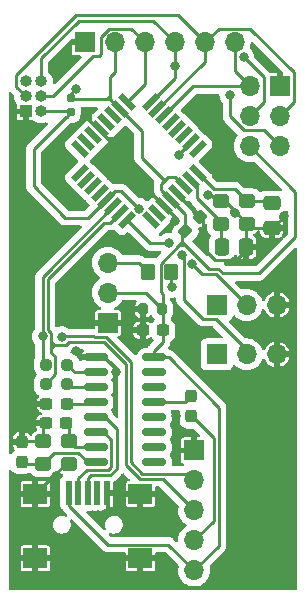
<source format=gbr>
%TF.GenerationSoftware,KiCad,Pcbnew,7.0.5*%
%TF.CreationDate,2023-08-19T22:28:29+02:00*%
%TF.ProjectId,programmer,70726f67-7261-46d6-9d65-722e6b696361,rev?*%
%TF.SameCoordinates,Original*%
%TF.FileFunction,Copper,L1,Top*%
%TF.FilePolarity,Positive*%
%FSLAX46Y46*%
G04 Gerber Fmt 4.6, Leading zero omitted, Abs format (unit mm)*
G04 Created by KiCad (PCBNEW 7.0.5) date 2023-08-19 22:28:29*
%MOMM*%
%LPD*%
G01*
G04 APERTURE LIST*
G04 Aperture macros list*
%AMRoundRect*
0 Rectangle with rounded corners*
0 $1 Rounding radius*
0 $2 $3 $4 $5 $6 $7 $8 $9 X,Y pos of 4 corners*
0 Add a 4 corners polygon primitive as box body*
4,1,4,$2,$3,$4,$5,$6,$7,$8,$9,$2,$3,0*
0 Add four circle primitives for the rounded corners*
1,1,$1+$1,$2,$3*
1,1,$1+$1,$4,$5*
1,1,$1+$1,$6,$7*
1,1,$1+$1,$8,$9*
0 Add four rect primitives between the rounded corners*
20,1,$1+$1,$2,$3,$4,$5,0*
20,1,$1+$1,$4,$5,$6,$7,0*
20,1,$1+$1,$6,$7,$8,$9,0*
20,1,$1+$1,$8,$9,$2,$3,0*%
%AMRotRect*
0 Rectangle, with rotation*
0 The origin of the aperture is its center*
0 $1 length*
0 $2 width*
0 $3 Rotation angle, in degrees counterclockwise*
0 Add horizontal line*
21,1,$1,$2,0,0,$3*%
G04 Aperture macros list end*
%TA.AperFunction,ComponentPad*%
%ADD10R,1.700000X1.700000*%
%TD*%
%TA.AperFunction,ComponentPad*%
%ADD11O,1.700000X1.700000*%
%TD*%
%TA.AperFunction,SMDPad,CuDef*%
%ADD12RoundRect,0.237500X0.237500X-0.300000X0.237500X0.300000X-0.237500X0.300000X-0.237500X-0.300000X0*%
%TD*%
%TA.AperFunction,SMDPad,CuDef*%
%ADD13RoundRect,0.237500X-0.237500X0.300000X-0.237500X-0.300000X0.237500X-0.300000X0.237500X0.300000X0*%
%TD*%
%TA.AperFunction,SMDPad,CuDef*%
%ADD14RoundRect,0.300000X-0.400000X-0.300000X0.400000X-0.300000X0.400000X0.300000X-0.400000X0.300000X0*%
%TD*%
%TA.AperFunction,SMDPad,CuDef*%
%ADD15RoundRect,0.237500X-0.250000X-0.237500X0.250000X-0.237500X0.250000X0.237500X-0.250000X0.237500X0*%
%TD*%
%TA.AperFunction,SMDPad,CuDef*%
%ADD16RoundRect,0.237500X-0.300000X-0.237500X0.300000X-0.237500X0.300000X0.237500X-0.300000X0.237500X0*%
%TD*%
%TA.AperFunction,SMDPad,CuDef*%
%ADD17RoundRect,0.160000X-0.160000X0.197500X-0.160000X-0.197500X0.160000X-0.197500X0.160000X0.197500X0*%
%TD*%
%TA.AperFunction,SMDPad,CuDef*%
%ADD18RoundRect,0.237500X0.044194X0.380070X-0.380070X-0.044194X-0.044194X-0.380070X0.380070X0.044194X0*%
%TD*%
%TA.AperFunction,SMDPad,CuDef*%
%ADD19RoundRect,0.300000X0.400000X0.300000X-0.400000X0.300000X-0.400000X-0.300000X0.400000X-0.300000X0*%
%TD*%
%TA.AperFunction,ComponentPad*%
%ADD20R,1.000000X1.000000*%
%TD*%
%TA.AperFunction,ComponentPad*%
%ADD21O,1.000000X1.000000*%
%TD*%
%TA.AperFunction,SMDPad,CuDef*%
%ADD22RoundRect,0.250000X0.337500X0.475000X-0.337500X0.475000X-0.337500X-0.475000X0.337500X-0.475000X0*%
%TD*%
%TA.AperFunction,SMDPad,CuDef*%
%ADD23RoundRect,0.250000X0.350000X0.450000X-0.350000X0.450000X-0.350000X-0.450000X0.350000X-0.450000X0*%
%TD*%
%TA.AperFunction,SMDPad,CuDef*%
%ADD24RoundRect,0.237500X0.300000X0.237500X-0.300000X0.237500X-0.300000X-0.237500X0.300000X-0.237500X0*%
%TD*%
%TA.AperFunction,SMDPad,CuDef*%
%ADD25RoundRect,0.150000X-0.825000X-0.150000X0.825000X-0.150000X0.825000X0.150000X-0.825000X0.150000X0*%
%TD*%
%TA.AperFunction,SMDPad,CuDef*%
%ADD26R,0.500000X2.000000*%
%TD*%
%TA.AperFunction,SMDPad,CuDef*%
%ADD27R,2.000000X1.700000*%
%TD*%
%TA.AperFunction,SMDPad,CuDef*%
%ADD28RotRect,1.600000X0.550000X135.000000*%
%TD*%
%TA.AperFunction,SMDPad,CuDef*%
%ADD29RotRect,1.600000X0.550000X225.000000*%
%TD*%
%TA.AperFunction,SMDPad,CuDef*%
%ADD30RoundRect,0.200000X0.200000X0.275000X-0.200000X0.275000X-0.200000X-0.275000X0.200000X-0.275000X0*%
%TD*%
%TA.AperFunction,SMDPad,CuDef*%
%ADD31RoundRect,0.237500X0.250000X0.237500X-0.250000X0.237500X-0.250000X-0.237500X0.250000X-0.237500X0*%
%TD*%
%TA.AperFunction,SMDPad,CuDef*%
%ADD32RoundRect,0.250000X0.475000X-0.337500X0.475000X0.337500X-0.475000X0.337500X-0.475000X-0.337500X0*%
%TD*%
%TA.AperFunction,ViaPad*%
%ADD33C,0.800000*%
%TD*%
%TA.AperFunction,Conductor*%
%ADD34C,0.250000*%
%TD*%
G04 APERTURE END LIST*
D10*
%TO.P,J3,1,Pin_1*%
%TO.N,GND*%
X87687000Y-68565000D03*
D11*
%TO.P,J3,2,Pin_2*%
%TO.N,+5V*%
X87687000Y-66025000D03*
%TO.P,J3,3,Pin_3*%
%TO.N,/UDPI*%
X87687000Y-63485000D03*
%TD*%
D10*
%TO.P,J4,1,Pin_1*%
%TO.N,GND*%
X95000000Y-79380000D03*
D11*
%TO.P,J4,2,Pin_2*%
%TO.N,/RX*%
X95000000Y-81920000D03*
%TO.P,J4,3,Pin_3*%
%TO.N,/TX*%
X95000000Y-84460000D03*
%TO.P,J4,4,Pin_4*%
%TO.N,/USB_RESET*%
X95000000Y-87000000D03*
%TO.P,J4,5,Pin_5*%
%TO.N,+5V*%
X95000000Y-89540000D03*
%TD*%
D10*
%TO.P,J5,1,Pin_1*%
%TO.N,GND*%
X85725000Y-44831000D03*
D11*
%TO.P,J5,2,Pin_2*%
%TO.N,+5V*%
X88265000Y-44831000D03*
%TO.P,J5,3,Pin_3*%
%TO.N,/SCK*%
X90805000Y-44831000D03*
%TO.P,J5,4,Pin_4*%
%TO.N,/MISO*%
X93345000Y-44831000D03*
%TO.P,J5,5,Pin_5*%
%TO.N,/MOSI*%
X95885000Y-44831000D03*
%TO.P,J5,6,Pin_6*%
%TO.N,/RESET*%
X98425000Y-44831000D03*
%TD*%
D12*
%TO.P,C7,1*%
%TO.N,Net-(U3-XO)*%
X80389000Y-80354500D03*
%TO.P,C7,2*%
%TO.N,GND*%
X80389000Y-78629500D03*
%TD*%
D10*
%TO.P,SW101,1,A*%
%TO.N,unconnected-(SW101-A-Pad1)*%
X96901000Y-67056000D03*
D11*
%TO.P,SW101,2,B*%
%TO.N,/our_reset*%
X99441000Y-67056000D03*
%TO.P,SW101,3,C*%
%TO.N,GND*%
X101981000Y-67056000D03*
%TD*%
D13*
%TO.P,C9,1*%
%TO.N,Net-(U3-~{DTR})*%
X94742000Y-74775000D03*
%TO.P,C9,2*%
%TO.N,/USB_RESET*%
X94742000Y-76500000D03*
%TD*%
D14*
%TO.P,Y1,1,1*%
%TO.N,/X1*%
X97282000Y-60198000D03*
%TO.P,Y1,2,GND*%
%TO.N,GND*%
X99482000Y-60198000D03*
%TO.P,Y1,3,3*%
%TO.N,/X2*%
X99482000Y-58298000D03*
%TO.P,Y1,4,GND*%
%TO.N,GND*%
X97282000Y-58298000D03*
%TD*%
D15*
%TO.P,R5,1*%
%TO.N,/TX*%
X82421000Y-73777000D03*
%TO.P,R5,2*%
%TO.N,Net-(U3-RXD)*%
X84246000Y-73777000D03*
%TD*%
D16*
%TO.P,C8,1*%
%TO.N,GND*%
X82471000Y-75428000D03*
%TO.P,C8,2*%
%TO.N,Net-(U3-V3)*%
X84196000Y-75428000D03*
%TD*%
D17*
%TO.P,R2,1*%
%TO.N,+5V*%
X84582000Y-49567500D03*
%TO.P,R2,2*%
%TO.N,/our_reset*%
X84582000Y-50762500D03*
%TD*%
D18*
%TO.P,C2,1*%
%TO.N,GND*%
X95478880Y-59588120D03*
%TO.P,C2,2*%
%TO.N,+5V*%
X94259120Y-60807880D03*
%TD*%
D19*
%TO.P,Y2,1,1*%
%TO.N,Net-(U3-XI)*%
X84367000Y-78603000D03*
%TO.P,Y2,2,GND*%
%TO.N,GND*%
X82167000Y-78603000D03*
%TO.P,Y2,3,3*%
%TO.N,Net-(U3-XO)*%
X82167000Y-80503000D03*
%TO.P,Y2,4,GND*%
%TO.N,GND*%
X84367000Y-80503000D03*
%TD*%
D10*
%TO.P,SW2,1,A*%
%TO.N,unconnected-(SW2-A-Pad1)*%
X96901000Y-71247000D03*
D11*
%TO.P,SW2,2,B*%
%TO.N,Net-(SW2-B)*%
X99441000Y-71247000D03*
%TO.P,SW2,3,C*%
%TO.N,GND*%
X101981000Y-71247000D03*
%TD*%
D20*
%TO.P,U1,1*%
%TO.N,GND*%
X80762000Y-50678000D03*
D21*
%TO.P,U1,2*%
%TO.N,/our_reset*%
X82032000Y-50678000D03*
%TO.P,U1,3*%
%TO.N,/MOSI*%
X80762000Y-49408000D03*
%TO.P,U1,4*%
%TO.N,/SCK*%
X82032000Y-49408000D03*
%TO.P,U1,5*%
%TO.N,+5V*%
X80762000Y-48138000D03*
%TO.P,U1,6*%
%TO.N,/MISO*%
X82032000Y-48138000D03*
%TD*%
D22*
%TO.P,C1,1*%
%TO.N,GND*%
X99419500Y-62169000D03*
%TO.P,C1,2*%
%TO.N,/X1*%
X97344500Y-62169000D03*
%TD*%
D23*
%TO.P,R3,1*%
%TO.N,Net-(U2-PD6)*%
X93075000Y-64262000D03*
%TO.P,R3,2*%
%TO.N,/UDPI*%
X91075000Y-64262000D03*
%TD*%
D24*
%TO.P,C5,1*%
%TO.N,+5V*%
X92362500Y-69205000D03*
%TO.P,C5,2*%
%TO.N,GND*%
X90637500Y-69205000D03*
%TD*%
D25*
%TO.P,U3,1,GND*%
%TO.N,GND*%
X86679000Y-71501000D03*
%TO.P,U3,2,TXD*%
%TO.N,Net-(U3-TXD)*%
X86679000Y-72771000D03*
%TO.P,U3,3,RXD*%
%TO.N,Net-(U3-RXD)*%
X86679000Y-74041000D03*
%TO.P,U3,4,V3*%
%TO.N,Net-(U3-V3)*%
X86679000Y-75311000D03*
%TO.P,U3,5,UD+*%
%TO.N,Net-(J1-D+)*%
X86679000Y-76581000D03*
%TO.P,U3,6,UD-*%
%TO.N,Net-(J1-D-)*%
X86679000Y-77851000D03*
%TO.P,U3,7,XI*%
%TO.N,Net-(U3-XI)*%
X86679000Y-79121000D03*
%TO.P,U3,8,XO*%
%TO.N,Net-(U3-XO)*%
X86679000Y-80391000D03*
%TO.P,U3,9,~{CTS}*%
%TO.N,unconnected-(U3-~{CTS}-Pad9)*%
X91629000Y-80391000D03*
%TO.P,U3,10,~{DSR}*%
%TO.N,unconnected-(U3-~{DSR}-Pad10)*%
X91629000Y-79121000D03*
%TO.P,U3,11,~{RI}*%
%TO.N,unconnected-(U3-~{RI}-Pad11)*%
X91629000Y-77851000D03*
%TO.P,U3,12,~{DCD}*%
%TO.N,unconnected-(U3-~{DCD}-Pad12)*%
X91629000Y-76581000D03*
%TO.P,U3,13,~{DTR}*%
%TO.N,Net-(U3-~{DTR})*%
X91629000Y-75311000D03*
%TO.P,U3,14,~{RTS}*%
%TO.N,unconnected-(U3-~{RTS}-Pad14)*%
X91629000Y-74041000D03*
%TO.P,U3,15,R232*%
%TO.N,unconnected-(U3-R232-Pad15)*%
X91629000Y-72771000D03*
%TO.P,U3,16,VCC*%
%TO.N,+5V*%
X91629000Y-71501000D03*
%TD*%
D26*
%TO.P,J1,1,VBUS*%
%TO.N,+5V*%
X84400000Y-82966000D03*
%TO.P,J1,2,D-*%
%TO.N,Net-(J1-D-)*%
X85200000Y-82966000D03*
%TO.P,J1,3,D+*%
%TO.N,Net-(J1-D+)*%
X86000000Y-82966000D03*
%TO.P,J1,4,ID*%
%TO.N,unconnected-(J1-ID-Pad4)*%
X86800000Y-82966000D03*
%TO.P,J1,5,GND*%
%TO.N,GND*%
X87600000Y-82966000D03*
D27*
%TO.P,J1,6,Shield*%
X81550000Y-83066000D03*
X81550000Y-88516000D03*
X90450000Y-83066000D03*
X90450000Y-88516000D03*
%TD*%
D28*
%TO.P,U2,1,PD3*%
%TO.N,unconnected-(U2-PD3-Pad1)*%
X91322305Y-59849103D03*
%TO.P,U2,2,PD4*%
%TO.N,unconnected-(U2-PD4-Pad2)*%
X91887990Y-59283417D03*
%TO.P,U2,3,GND*%
%TO.N,GND*%
X92453676Y-58717732D03*
%TO.P,U2,4,VCC*%
%TO.N,+5V*%
X93019361Y-58152047D03*
%TO.P,U2,5,GND*%
%TO.N,GND*%
X93585047Y-57586361D03*
%TO.P,U2,6,VCC*%
%TO.N,+5V*%
X94150732Y-57020676D03*
%TO.P,U2,7,XTAL1/PB6*%
%TO.N,/X1*%
X94716417Y-56454990D03*
%TO.P,U2,8,XTAL2/PB7*%
%TO.N,/X2*%
X95282103Y-55889305D03*
D29*
%TO.P,U2,9,PD5*%
%TO.N,unconnected-(U2-PD5-Pad9)*%
X95282103Y-53838695D03*
%TO.P,U2,10,PD6*%
%TO.N,Net-(U2-PD6)*%
X94716417Y-53273010D03*
%TO.P,U2,11,PD7*%
%TO.N,unconnected-(U2-PD7-Pad11)*%
X94150732Y-52707324D03*
%TO.P,U2,12,PB0*%
%TO.N,unconnected-(U2-PB0-Pad12)*%
X93585047Y-52141639D03*
%TO.P,U2,13,PB1*%
%TO.N,unconnected-(U2-PB1-Pad13)*%
X93019361Y-51575953D03*
%TO.P,U2,14,PB2*%
%TO.N,/RESET*%
X92453676Y-51010268D03*
%TO.P,U2,15,PB3*%
%TO.N,/MOSI*%
X91887990Y-50444583D03*
%TO.P,U2,16,PB4*%
%TO.N,/MISO*%
X91322305Y-49878897D03*
D28*
%TO.P,U2,17,PB5*%
%TO.N,/SCK*%
X89271695Y-49878897D03*
%TO.P,U2,18,AVCC*%
%TO.N,+5V*%
X88706010Y-50444583D03*
%TO.P,U2,19,ADC6*%
%TO.N,unconnected-(U2-ADC6-Pad19)*%
X88140324Y-51010268D03*
%TO.P,U2,20,AREF*%
%TO.N,unconnected-(U2-AREF-Pad20)*%
X87574639Y-51575953D03*
%TO.P,U2,21,GND*%
%TO.N,GND*%
X87008953Y-52141639D03*
%TO.P,U2,22,ADC7*%
%TO.N,unconnected-(U2-ADC7-Pad22)*%
X86443268Y-52707324D03*
%TO.P,U2,23,PC0*%
%TO.N,unconnected-(U2-PC0-Pad23)*%
X85877583Y-53273010D03*
%TO.P,U2,24,PC1*%
%TO.N,unconnected-(U2-PC1-Pad24)*%
X85311897Y-53838695D03*
D29*
%TO.P,U2,25,PC2*%
%TO.N,unconnected-(U2-PC2-Pad25)*%
X85311897Y-55889305D03*
%TO.P,U2,26,PC3*%
%TO.N,unconnected-(U2-PC3-Pad26)*%
X85877583Y-56454990D03*
%TO.P,U2,27,PC4*%
%TO.N,unconnected-(U2-PC4-Pad27)*%
X86443268Y-57020676D03*
%TO.P,U2,28,PC5*%
%TO.N,unconnected-(U2-PC5-Pad28)*%
X87008953Y-57586361D03*
%TO.P,U2,29,~{RESET}/PC6*%
%TO.N,/our_reset*%
X87574639Y-58152047D03*
%TO.P,U2,30,PD0*%
%TO.N,/RX*%
X88140324Y-58717732D03*
%TO.P,U2,31,PD1*%
%TO.N,/TX*%
X88706010Y-59283417D03*
%TO.P,U2,32,PD2*%
%TO.N,Net-(SW2-B)*%
X89271695Y-59849103D03*
%TD*%
D24*
%TO.P,C6,1*%
%TO.N,Net-(U3-XI)*%
X84146000Y-77079000D03*
%TO.P,C6,2*%
%TO.N,GND*%
X82421000Y-77079000D03*
%TD*%
D30*
%TO.P,C4,1*%
%TO.N,+5V*%
X92298500Y-67427000D03*
%TO.P,C4,2*%
%TO.N,GND*%
X90648500Y-67427000D03*
%TD*%
D10*
%TO.P,J2,1,Pin_1*%
%TO.N,GND*%
X102235000Y-48535000D03*
D11*
%TO.P,J2,2,Pin_2*%
%TO.N,/RESET*%
X99695000Y-48535000D03*
%TO.P,J2,3,Pin_3*%
%TO.N,/MOSI*%
X102235000Y-51075000D03*
%TO.P,J2,4,Pin_4*%
%TO.N,/SCK*%
X99695000Y-51075000D03*
%TO.P,J2,5,Pin_5*%
%TO.N,/MISO*%
X102235000Y-53615000D03*
%TO.P,J2,6,Pin_6*%
%TO.N,+5V*%
X99695000Y-53615000D03*
%TD*%
D31*
%TO.P,R4,1*%
%TO.N,Net-(U3-TXD)*%
X84269500Y-72126000D03*
%TO.P,R4,2*%
%TO.N,/RX*%
X82444500Y-72126000D03*
%TD*%
D32*
%TO.P,C3,1*%
%TO.N,GND*%
X101557000Y-60539500D03*
%TO.P,C3,2*%
%TO.N,/X2*%
X101557000Y-58464500D03*
%TD*%
D33*
%TO.N,GND*%
X85217000Y-68072000D03*
X84201000Y-66421000D03*
X85090000Y-64389000D03*
X89916000Y-62230000D03*
X94742000Y-71374000D03*
X93853000Y-68199000D03*
X94742000Y-69215000D03*
X99568000Y-68961000D03*
X102616000Y-68961000D03*
X101600000Y-64770000D03*
X79883000Y-75819000D03*
X80010000Y-70358000D03*
X79883000Y-61214000D03*
X83693000Y-60960000D03*
X83566000Y-46228000D03*
X100838000Y-46228000D03*
X95123000Y-50673000D03*
X93345000Y-59944000D03*
X99568000Y-56642000D03*
X97409000Y-56134000D03*
X80772000Y-90678000D03*
X101600000Y-75438000D03*
X102870000Y-80010000D03*
X102489000Y-89535000D03*
X99695000Y-73533000D03*
X98806000Y-75692000D03*
X98806000Y-85090000D03*
X97409000Y-89789000D03*
X93472000Y-78359000D03*
X93472000Y-76454000D03*
X88392000Y-72771000D03*
X80391000Y-77597000D03*
X83312000Y-81534000D03*
X86868000Y-84836000D03*
X92710000Y-85979000D03*
X90424000Y-90551000D03*
X92456000Y-88773000D03*
X88646000Y-88646000D03*
X83439000Y-88773000D03*
X81407000Y-86741000D03*
X81407000Y-84963000D03*
X90424000Y-84963000D03*
X92329000Y-83439000D03*
X88646000Y-82677000D03*
X81153000Y-76454000D03*
X81280000Y-74676000D03*
X89789000Y-70612000D03*
X89662000Y-68326000D03*
X84963000Y-70993000D03*
X84836000Y-58293000D03*
X89662000Y-56642000D03*
X80518000Y-52578000D03*
X83058000Y-54356000D03*
X85725000Y-51054000D03*
X88392000Y-53340000D03*
X98425000Y-59309000D03*
X96139000Y-57785000D03*
X95758000Y-61214000D03*
X98425000Y-63373000D03*
X102616000Y-59563000D03*
X101000000Y-62000000D03*
%TO.N,Net-(U2-PD6)*%
X93726000Y-54356000D03*
X93091000Y-65532000D03*
%TO.N,/our_reset*%
X90297000Y-58895214D03*
X94831500Y-63604916D03*
%TO.N,Net-(SW2-B)*%
X92868537Y-61830693D03*
X93980000Y-62865000D03*
%TO.N,/RX*%
X82170000Y-69723000D03*
X83820000Y-69760500D03*
%TO.N,+5V*%
X84963000Y-48768000D03*
%TO.N,/MISO*%
X93345000Y-46825500D03*
X98044000Y-49259500D03*
%TO.N,/SCK*%
X99187000Y-46101000D03*
%TD*%
D34*
%TO.N,+5V*%
X84582000Y-49149000D02*
X84963000Y-48768000D01*
X84582000Y-49567500D02*
X84582000Y-49149000D01*
%TO.N,GND*%
X88011000Y-53340000D02*
X85725000Y-51054000D01*
X88392000Y-53340000D02*
X88011000Y-53340000D01*
%TO.N,Net-(SW2-B)*%
X94107000Y-62992000D02*
X93980000Y-62865000D01*
X94107000Y-66612000D02*
X94107000Y-62992000D01*
X95726000Y-68231000D02*
X94107000Y-66612000D01*
X96806000Y-68231000D02*
X95726000Y-68231000D01*
X99441000Y-71247000D02*
X99441000Y-70866000D01*
X99441000Y-70866000D02*
X96806000Y-68231000D01*
%TO.N,GND*%
X95758000Y-62208173D02*
X95758000Y-61214000D01*
X96768827Y-63219000D02*
X95758000Y-62208173D01*
X98271000Y-63219000D02*
X96768827Y-63219000D01*
X98425000Y-63373000D02*
X98271000Y-63219000D01*
%TO.N,+5V*%
X97029396Y-64008000D02*
X96266000Y-64008000D01*
X97410396Y-64389000D02*
X97029396Y-64008000D01*
X96266000Y-64008000D02*
X94237674Y-61979674D01*
X94237674Y-61979674D02*
X94230326Y-61979674D01*
X103575000Y-61271000D02*
X100457000Y-64389000D01*
X103575000Y-57495000D02*
X103575000Y-61271000D01*
X99695000Y-53615000D02*
X103575000Y-57495000D01*
X100457000Y-64389000D02*
X97410396Y-64389000D01*
%TO.N,GND*%
X92453676Y-58717732D02*
X93345000Y-59609056D01*
X93345000Y-59609056D02*
X93345000Y-59944000D01*
%TO.N,+5V*%
X94259120Y-59391806D02*
X93019361Y-58152047D01*
X94259120Y-60807880D02*
X94259120Y-59391806D01*
%TO.N,GND*%
X93585047Y-57694287D02*
X95478880Y-59588120D01*
X93585047Y-57586361D02*
X93585047Y-57694287D01*
X95758000Y-59867240D02*
X95478880Y-59588120D01*
X95758000Y-61214000D02*
X95758000Y-59867240D01*
%TO.N,+5V*%
X94259120Y-60807880D02*
X93987240Y-61079760D01*
X93987240Y-61079760D02*
X93987240Y-61736587D01*
%TO.N,GND*%
X90377944Y-56642000D02*
X89662000Y-56642000D01*
X92453676Y-58717732D02*
X90377944Y-56642000D01*
X99419500Y-62378500D02*
X98425000Y-63373000D01*
X99419500Y-62169000D02*
X99419500Y-62378500D01*
X101639500Y-60539500D02*
X102616000Y-59563000D01*
X101557000Y-60539500D02*
X101639500Y-60539500D01*
X96393000Y-57785000D02*
X96139000Y-57785000D01*
X97282000Y-58298000D02*
X96906000Y-58298000D01*
X96906000Y-58298000D02*
X96393000Y-57785000D01*
X88392000Y-72517000D02*
X88392000Y-72771000D01*
X87376000Y-71501000D02*
X88392000Y-72517000D01*
X86679000Y-71501000D02*
X87376000Y-71501000D01*
%TO.N,/TX*%
X92328000Y-81788000D02*
X95000000Y-84460000D01*
X90424000Y-81788000D02*
X92328000Y-81788000D01*
X89212000Y-80576000D02*
X90424000Y-81788000D01*
X89212000Y-72068396D02*
X89212000Y-80576000D01*
X87333604Y-70190000D02*
X89212000Y-72068396D01*
X86325604Y-70173000D02*
X86342604Y-70190000D01*
X86342604Y-70190000D02*
X87333604Y-70190000D01*
X84120805Y-70485000D02*
X84432805Y-70173000D01*
X83185000Y-70485000D02*
X84120805Y-70485000D01*
X84432805Y-70173000D02*
X86325604Y-70173000D01*
%TO.N,/RX*%
X83857500Y-69723000D02*
X83820000Y-69760500D01*
X86529000Y-69740000D02*
X86512000Y-69723000D01*
X89662000Y-80389604D02*
X89662000Y-71882000D01*
X89662000Y-71882000D02*
X87520000Y-69740000D01*
X87520000Y-69740000D02*
X86529000Y-69740000D01*
X90610396Y-81338000D02*
X89662000Y-80389604D01*
X94418000Y-81338000D02*
X90610396Y-81338000D01*
X95000000Y-81920000D02*
X94418000Y-81338000D01*
X86512000Y-69723000D02*
X83857500Y-69723000D01*
%TO.N,GND*%
X83082000Y-81534000D02*
X81550000Y-83066000D01*
X83312000Y-81534000D02*
X83082000Y-81534000D01*
X83312000Y-81304000D02*
X83312000Y-81534000D01*
X84367000Y-80503000D02*
X84113000Y-80503000D01*
X84113000Y-80503000D02*
X83312000Y-81304000D01*
X82167000Y-77333000D02*
X82421000Y-77079000D01*
X82167000Y-78603000D02*
X82167000Y-77333000D01*
X80415500Y-78603000D02*
X80389000Y-78629500D01*
X82167000Y-78603000D02*
X80415500Y-78603000D01*
X98593000Y-59309000D02*
X99482000Y-60198000D01*
X98425000Y-59309000D02*
X98593000Y-59309000D01*
X98425000Y-59141000D02*
X98425000Y-59309000D01*
%TO.N,Net-(U2-PD6)*%
X93726000Y-54263427D02*
X94716417Y-53273010D01*
X93726000Y-54356000D02*
X93726000Y-54263427D01*
X93075000Y-65516000D02*
X93091000Y-65532000D01*
X93075000Y-64262000D02*
X93075000Y-65516000D01*
%TO.N,/our_reset*%
X88322686Y-57404000D02*
X87574639Y-58152047D01*
X88805786Y-57404000D02*
X88322686Y-57404000D01*
X90297000Y-58895214D02*
X88805786Y-57404000D01*
X95684584Y-64458000D02*
X94831500Y-63604916D01*
X96843000Y-64458000D02*
X95684584Y-64458000D01*
X99441000Y-67056000D02*
X96843000Y-64458000D01*
%TO.N,Net-(SW2-B)*%
X91253285Y-61830693D02*
X89271695Y-59849103D01*
X92868537Y-61830693D02*
X91253285Y-61830693D01*
%TO.N,+5V*%
X94223086Y-61986914D02*
X93736914Y-61986914D01*
X93987240Y-61736587D02*
X93736914Y-61986914D01*
X93736914Y-61986914D02*
X92150000Y-63573827D01*
X94230326Y-61979674D02*
X93987240Y-61736587D01*
X94230326Y-61979674D02*
X94223086Y-61986914D01*
X92150000Y-63573827D02*
X92150000Y-65988000D01*
X92329000Y-66167000D02*
X92329000Y-67396500D01*
X92150000Y-65988000D02*
X92329000Y-66167000D01*
X92329000Y-67396500D02*
X92298500Y-67427000D01*
X90896500Y-66025000D02*
X87687000Y-66025000D01*
X92298500Y-67427000D02*
X90896500Y-66025000D01*
X91629000Y-70931000D02*
X91629000Y-71501000D01*
X92362500Y-70197500D02*
X91629000Y-70931000D01*
X92362500Y-69205000D02*
X92362500Y-70197500D01*
X97097000Y-75761000D02*
X92837000Y-71501000D01*
X92837000Y-71501000D02*
X91629000Y-71501000D01*
X95000000Y-89540000D02*
X97097000Y-87443000D01*
X97097000Y-87443000D02*
X97097000Y-75761000D01*
%TO.N,/TX*%
X83148500Y-70485000D02*
X82894500Y-70231000D01*
X83185000Y-70485000D02*
X83148500Y-70485000D01*
X82894500Y-70231000D02*
X82894500Y-70485000D01*
X82894500Y-69422195D02*
X82894500Y-70231000D01*
X82894500Y-70739000D02*
X82894500Y-71083500D01*
X82894500Y-70485000D02*
X82894500Y-70739000D01*
X83148500Y-70485000D02*
X82894500Y-70739000D01*
X82894500Y-70485000D02*
X83185000Y-70485000D01*
X82620000Y-69147695D02*
X82894500Y-69422195D01*
X87399726Y-60094726D02*
X82620000Y-64874452D01*
X87894701Y-60094726D02*
X87399726Y-60094726D01*
X82620000Y-64874452D02*
X82620000Y-69147695D01*
X88706010Y-59283417D02*
X87894701Y-60094726D01*
%TO.N,/RX*%
X82170000Y-64688056D02*
X88140324Y-58717732D01*
X82170000Y-71851500D02*
X82170000Y-64688056D01*
X82444500Y-72126000D02*
X82170000Y-71851500D01*
%TO.N,/USB_RESET*%
X94788000Y-76500000D02*
X96647000Y-78359000D01*
%TO.N,Net-(U3-~{DTR})*%
X94206000Y-75311000D02*
X94742000Y-74775000D01*
%TO.N,/USB_RESET*%
X94742000Y-76500000D02*
X94788000Y-76500000D01*
X96647000Y-78359000D02*
X96647000Y-85353000D01*
%TO.N,Net-(U3-~{DTR})*%
X91629000Y-75311000D02*
X94206000Y-75311000D01*
%TO.N,/USB_RESET*%
X96647000Y-85353000D02*
X95000000Y-87000000D01*
%TO.N,+5V*%
X92801000Y-87341000D02*
X95000000Y-89540000D01*
X87675000Y-87341000D02*
X92801000Y-87341000D01*
X84400000Y-84066000D02*
X87675000Y-87341000D01*
X84400000Y-82966000D02*
X84400000Y-84066000D01*
%TO.N,Net-(J1-D+)*%
X88429000Y-77540125D02*
X87469875Y-76581000D01*
X88429000Y-80924147D02*
X88429000Y-77540125D01*
X86250000Y-81466000D02*
X87887147Y-81466000D01*
X87887147Y-81466000D02*
X88429000Y-80924147D01*
X87469875Y-76581000D02*
X86679000Y-76581000D01*
X86000000Y-82966000D02*
X86000000Y-81716000D01*
X86000000Y-81716000D02*
X86250000Y-81466000D01*
%TO.N,Net-(J1-D-)*%
X87376000Y-77851000D02*
X86679000Y-77851000D01*
X87979000Y-78454000D02*
X87376000Y-77851000D01*
X87700751Y-81016000D02*
X87979000Y-80737751D01*
X87979000Y-80737751D02*
X87979000Y-78454000D01*
X85200000Y-81716000D02*
X85900000Y-81016000D01*
X85900000Y-81016000D02*
X87700751Y-81016000D01*
X85200000Y-82966000D02*
X85200000Y-81716000D01*
%TO.N,Net-(U3-XO)*%
X85166000Y-79578000D02*
X85979000Y-80391000D01*
X85979000Y-80391000D02*
X86679000Y-80391000D01*
X83092000Y-79578000D02*
X85166000Y-79578000D01*
X82167000Y-80503000D02*
X83092000Y-79578000D01*
X80537500Y-80503000D02*
X80389000Y-80354500D01*
X82167000Y-80503000D02*
X80537500Y-80503000D01*
%TO.N,Net-(U3-XI)*%
X84885000Y-79121000D02*
X84367000Y-78603000D01*
X86679000Y-79121000D02*
X84885000Y-79121000D01*
X84367000Y-77300000D02*
X84146000Y-77079000D01*
X84367000Y-78603000D02*
X84367000Y-77300000D01*
%TO.N,/TX*%
X83257000Y-71446000D02*
X83257000Y-72941000D01*
X82894500Y-71083500D02*
X83257000Y-71446000D01*
X83257000Y-72941000D02*
X82421000Y-73777000D01*
%TO.N,Net-(U3-TXD)*%
X84269500Y-72126000D02*
X84914500Y-72771000D01*
X84914500Y-72771000D02*
X86679000Y-72771000D01*
%TO.N,Net-(U3-RXD)*%
X84510000Y-74041000D02*
X84246000Y-73777000D01*
X86679000Y-74041000D02*
X84510000Y-74041000D01*
%TO.N,Net-(U3-V3)*%
X86562000Y-75428000D02*
X86679000Y-75311000D01*
X84196000Y-75428000D02*
X86562000Y-75428000D01*
%TO.N,/our_reset*%
X86036686Y-59690000D02*
X87574639Y-58152047D01*
X84074000Y-59690000D02*
X86036686Y-59690000D01*
X81407000Y-57023000D02*
X84074000Y-59690000D01*
X81407000Y-53848000D02*
X81407000Y-57023000D01*
X84137257Y-51117743D02*
X81407000Y-53848000D01*
X84226757Y-51117743D02*
X84137257Y-51117743D01*
X84582000Y-50762500D02*
X84226757Y-51117743D01*
X84497500Y-50678000D02*
X84582000Y-50762500D01*
X82032000Y-50678000D02*
X84497500Y-50678000D01*
%TO.N,/SCK*%
X89630000Y-43656000D02*
X90805000Y-44831000D01*
X87090000Y-45816000D02*
X87090000Y-44344299D01*
X87778299Y-43656000D02*
X89630000Y-43656000D01*
X86900000Y-46006000D02*
X87090000Y-45816000D01*
X86455000Y-46006000D02*
X86900000Y-46006000D01*
X83053000Y-49408000D02*
X86455000Y-46006000D01*
X82032000Y-49408000D02*
X83053000Y-49408000D01*
X87090000Y-44344299D02*
X87778299Y-43656000D01*
%TO.N,/MISO*%
X91509000Y-42995000D02*
X93345000Y-44831000D01*
X85211000Y-42995000D02*
X91509000Y-42995000D01*
X82032000Y-46174000D02*
X85211000Y-42995000D01*
X82032000Y-48138000D02*
X82032000Y-46174000D01*
%TO.N,/MOSI*%
X84963000Y-42545000D02*
X79937000Y-47571000D01*
X79937000Y-48583000D02*
X80762000Y-49408000D01*
X93599000Y-42545000D02*
X84963000Y-42545000D01*
X79937000Y-47571000D02*
X79937000Y-48583000D01*
X95885000Y-44831000D02*
X93599000Y-42545000D01*
%TO.N,+5V*%
X92329000Y-56388000D02*
X92360750Y-56419750D01*
X92614750Y-56419750D02*
X92773500Y-56261000D01*
X92360750Y-56419750D02*
X92614750Y-56419750D01*
X92487750Y-56546750D02*
X92614750Y-56419750D01*
X92329000Y-56388000D02*
X92487750Y-56546750D01*
X92360750Y-56673750D02*
X92487750Y-56546750D01*
X90551000Y-54610000D02*
X92329000Y-56388000D01*
X92202000Y-56832500D02*
X92360750Y-56673750D01*
X92360750Y-56673750D02*
X92360750Y-56419750D01*
X90551000Y-52289573D02*
X90551000Y-54610000D01*
X88706010Y-50444583D02*
X90551000Y-52289573D01*
%TO.N,/MISO*%
X99208299Y-52250000D02*
X98044000Y-51085701D01*
X98044000Y-51085701D02*
X98044000Y-49259500D01*
X100870000Y-52250000D02*
X99208299Y-52250000D01*
X102235000Y-53615000D02*
X100870000Y-52250000D01*
%TO.N,/SCK*%
X100870000Y-49900000D02*
X100870000Y-47784000D01*
X99695000Y-51075000D02*
X100870000Y-49900000D01*
X100870000Y-47784000D02*
X99187000Y-46101000D01*
%TO.N,/MOSI*%
X103410000Y-49900000D02*
X102235000Y-51075000D01*
X97060000Y-43656000D02*
X99706000Y-43656000D01*
X99706000Y-43656000D02*
X103410000Y-47360000D01*
X95885000Y-44831000D02*
X97060000Y-43656000D01*
X103410000Y-47360000D02*
X103410000Y-49900000D01*
%TO.N,+5V*%
X93391056Y-56261000D02*
X94150732Y-57020676D01*
X92202000Y-57334686D02*
X92202000Y-56832500D01*
X92773500Y-56261000D02*
X93391056Y-56261000D01*
X93019361Y-58152047D02*
X92202000Y-57334686D01*
%TO.N,/UDPI*%
X87687000Y-63485000D02*
X90298000Y-63485000D01*
X90298000Y-63485000D02*
X91075000Y-64262000D01*
%TO.N,+5V*%
X87630000Y-49657000D02*
X84671500Y-49657000D01*
X84671500Y-49657000D02*
X84582000Y-49567500D01*
X87884000Y-49403000D02*
X87630000Y-49657000D01*
X87884000Y-49657000D02*
X87630000Y-49657000D01*
X87884000Y-49403000D02*
X87884000Y-47752000D01*
X87884000Y-49657000D02*
X87884000Y-49403000D01*
X87884000Y-47752000D02*
X88265000Y-47371000D01*
X88265000Y-47371000D02*
X88265000Y-44831000D01*
X88671583Y-50444583D02*
X87884000Y-49657000D01*
X88706010Y-50444583D02*
X88671583Y-50444583D01*
%TO.N,/SCK*%
X90805000Y-48345592D02*
X90805000Y-44831000D01*
X89271695Y-49878897D02*
X90805000Y-48345592D01*
%TO.N,/MISO*%
X93345000Y-47856202D02*
X91322305Y-49878897D01*
X93345000Y-44831000D02*
X93345000Y-47856202D01*
%TO.N,/MOSI*%
X95885000Y-44831000D02*
X95885000Y-46447573D01*
X95885000Y-46447573D02*
X91887990Y-50444583D01*
%TO.N,/RESET*%
X99695000Y-48535000D02*
X94928944Y-48535000D01*
X94928944Y-48535000D02*
X92453676Y-51010268D01*
X98425000Y-47265000D02*
X99695000Y-48535000D01*
X98425000Y-44831000D02*
X98425000Y-47265000D01*
%TO.N,GND*%
X99419500Y-60260500D02*
X99482000Y-60198000D01*
X99419500Y-62169000D02*
X99419500Y-60260500D01*
X99823500Y-60539500D02*
X99482000Y-60198000D01*
X101557000Y-60539500D02*
X99823500Y-60539500D01*
X97282000Y-58298000D02*
X97582000Y-58298000D01*
X97582000Y-58298000D02*
X98425000Y-59141000D01*
%TO.N,/X1*%
X97282000Y-62106500D02*
X97344500Y-62169000D01*
X97282000Y-60198000D02*
X97282000Y-62106500D01*
%TO.N,/X2*%
X101390500Y-58298000D02*
X101557000Y-58464500D01*
X99482000Y-58298000D02*
X101390500Y-58298000D01*
X98461000Y-57277000D02*
X99482000Y-58298000D01*
X95282103Y-55889305D02*
X96669798Y-57277000D01*
X96669798Y-57277000D02*
X98461000Y-57277000D01*
%TO.N,/X1*%
X95235872Y-56974445D02*
X95235872Y-58024872D01*
X97282000Y-60071000D02*
X97282000Y-60198000D01*
X94716417Y-56454990D02*
X95235872Y-56974445D01*
X95235872Y-58024872D02*
X97282000Y-60071000D01*
%TO.N,+5V*%
X92362500Y-69205000D02*
X92362500Y-67491000D01*
%TD*%
%TA.AperFunction,Conductor*%
%TO.N,GND*%
G36*
X103618834Y-62214269D02*
G01*
X103674767Y-62256141D01*
X103699184Y-62321605D01*
X103699500Y-62330451D01*
X103699500Y-91075500D01*
X103679815Y-91142539D01*
X103627011Y-91188294D01*
X103575500Y-91199500D01*
X79424500Y-91199500D01*
X79357461Y-91179815D01*
X79311706Y-91127011D01*
X79300500Y-91075500D01*
X79300500Y-88766000D01*
X80300000Y-88766000D01*
X80300000Y-89390628D01*
X80314503Y-89463540D01*
X80314505Y-89463544D01*
X80369760Y-89546239D01*
X80452455Y-89601494D01*
X80452459Y-89601496D01*
X80525371Y-89615999D01*
X80525374Y-89616000D01*
X81300000Y-89616000D01*
X81300000Y-88766000D01*
X81800000Y-88766000D01*
X81800000Y-89616000D01*
X82574626Y-89616000D01*
X82574628Y-89615999D01*
X82647540Y-89601496D01*
X82647544Y-89601494D01*
X82730239Y-89546239D01*
X82785494Y-89463544D01*
X82785496Y-89463540D01*
X82799999Y-89390628D01*
X82800000Y-89390626D01*
X82800000Y-88766000D01*
X89200000Y-88766000D01*
X89200000Y-89390628D01*
X89214503Y-89463540D01*
X89214505Y-89463544D01*
X89269760Y-89546239D01*
X89352455Y-89601494D01*
X89352459Y-89601496D01*
X89425371Y-89615999D01*
X89425374Y-89616000D01*
X90200000Y-89616000D01*
X90200000Y-88766000D01*
X90700000Y-88766000D01*
X90700000Y-89616000D01*
X91474626Y-89616000D01*
X91474628Y-89615999D01*
X91547540Y-89601496D01*
X91547544Y-89601494D01*
X91630239Y-89546239D01*
X91685494Y-89463544D01*
X91685496Y-89463540D01*
X91699999Y-89390628D01*
X91700000Y-89390626D01*
X91700000Y-88766000D01*
X90700000Y-88766000D01*
X90200000Y-88766000D01*
X89200000Y-88766000D01*
X82800000Y-88766000D01*
X81800000Y-88766000D01*
X81300000Y-88766000D01*
X80300000Y-88766000D01*
X79300500Y-88766000D01*
X79300500Y-88266000D01*
X80300000Y-88266000D01*
X81300000Y-88266000D01*
X81300000Y-87416000D01*
X81800000Y-87416000D01*
X81800000Y-88266000D01*
X82800000Y-88266000D01*
X82800000Y-87641373D01*
X82799999Y-87641371D01*
X82785496Y-87568459D01*
X82785494Y-87568455D01*
X82730239Y-87485760D01*
X82647544Y-87430505D01*
X82647540Y-87430503D01*
X82574627Y-87416000D01*
X81800000Y-87416000D01*
X81300000Y-87416000D01*
X80525373Y-87416000D01*
X80452459Y-87430503D01*
X80452455Y-87430505D01*
X80369760Y-87485760D01*
X80314505Y-87568455D01*
X80314503Y-87568459D01*
X80300000Y-87641371D01*
X80300000Y-88266000D01*
X79300500Y-88266000D01*
X79300500Y-83316000D01*
X80300000Y-83316000D01*
X80300000Y-83940628D01*
X80314503Y-84013540D01*
X80314505Y-84013544D01*
X80369760Y-84096239D01*
X80452455Y-84151494D01*
X80452459Y-84151496D01*
X80525371Y-84165999D01*
X80525374Y-84166000D01*
X81300000Y-84166000D01*
X81300000Y-83316000D01*
X81800000Y-83316000D01*
X81800000Y-84166000D01*
X82574626Y-84166000D01*
X82574628Y-84165999D01*
X82647540Y-84151496D01*
X82647544Y-84151494D01*
X82730239Y-84096239D01*
X82785494Y-84013544D01*
X82785496Y-84013540D01*
X82799999Y-83940628D01*
X82800000Y-83940626D01*
X82800000Y-83316000D01*
X81800000Y-83316000D01*
X81300000Y-83316000D01*
X80300000Y-83316000D01*
X79300500Y-83316000D01*
X79300500Y-82816000D01*
X80300000Y-82816000D01*
X81300000Y-82816000D01*
X81300000Y-81966000D01*
X81800000Y-81966000D01*
X81800000Y-82816000D01*
X82800000Y-82816000D01*
X82800000Y-82191373D01*
X82799999Y-82191371D01*
X82785496Y-82118459D01*
X82785494Y-82118455D01*
X82730239Y-82035760D01*
X82647544Y-81980505D01*
X82647540Y-81980503D01*
X82574627Y-81966000D01*
X81800000Y-81966000D01*
X81300000Y-81966000D01*
X80525373Y-81966000D01*
X80452459Y-81980503D01*
X80452455Y-81980505D01*
X80369760Y-82035760D01*
X80314505Y-82118455D01*
X80314503Y-82118459D01*
X80300000Y-82191371D01*
X80300000Y-82816000D01*
X79300500Y-82816000D01*
X79300500Y-81117831D01*
X79320185Y-81050792D01*
X79372989Y-81005037D01*
X79442147Y-80995093D01*
X79505703Y-81024118D01*
X79530039Y-81052735D01*
X79566516Y-81111875D01*
X79568660Y-81115350D01*
X79690650Y-81237340D01*
X79837484Y-81327908D01*
X80001247Y-81382174D01*
X80102323Y-81392500D01*
X80675676Y-81392499D01*
X80675684Y-81392498D01*
X80675687Y-81392498D01*
X80754325Y-81384465D01*
X80776753Y-81382174D01*
X80940516Y-81327908D01*
X80992715Y-81295711D01*
X81060104Y-81277271D01*
X81126768Y-81298193D01*
X81145491Y-81313569D01*
X81264738Y-81432816D01*
X81292680Y-81450373D01*
X81400875Y-81518357D01*
X81417478Y-81528789D01*
X81495757Y-81556180D01*
X81587745Y-81588368D01*
X81587750Y-81588369D01*
X81678246Y-81598565D01*
X81722040Y-81603499D01*
X81722043Y-81603500D01*
X81722046Y-81603500D01*
X82611957Y-81603500D01*
X82611958Y-81603499D01*
X82679104Y-81595934D01*
X82746249Y-81588369D01*
X82746252Y-81588368D01*
X82746255Y-81588368D01*
X82916522Y-81528789D01*
X83069262Y-81432816D01*
X83196816Y-81305262D01*
X83292789Y-81152522D01*
X83295122Y-81145853D01*
X83335839Y-81089076D01*
X83400790Y-81063324D01*
X83469353Y-81076775D01*
X83510969Y-81111875D01*
X83574432Y-81195562D01*
X83694904Y-81286920D01*
X83833460Y-81341559D01*
X83888604Y-81384465D01*
X83911797Y-81450373D01*
X83895677Y-81518357D01*
X83862282Y-81556180D01*
X83792452Y-81608455D01*
X83706206Y-81723664D01*
X83706202Y-81723671D01*
X83655908Y-81858517D01*
X83649501Y-81918116D01*
X83649500Y-81918135D01*
X83649500Y-84013870D01*
X83649501Y-84013876D01*
X83655908Y-84073483D01*
X83706202Y-84208328D01*
X83706206Y-84208335D01*
X83792451Y-84323542D01*
X83792457Y-84323549D01*
X83824605Y-84347615D01*
X83850610Y-84373995D01*
X83874897Y-84407422D01*
X83878106Y-84412306D01*
X83901828Y-84452417D01*
X83901833Y-84452424D01*
X83915990Y-84466580D01*
X83928628Y-84481376D01*
X83940405Y-84497586D01*
X83940406Y-84497587D01*
X83976309Y-84527288D01*
X83980620Y-84531210D01*
X84127590Y-84678180D01*
X84212037Y-84762627D01*
X84245522Y-84823950D01*
X84240538Y-84893642D01*
X84198666Y-84949575D01*
X84133202Y-84973992D01*
X84068705Y-84961119D01*
X84058434Y-84955960D01*
X84015754Y-84945845D01*
X83887721Y-84915500D01*
X83756291Y-84915500D01*
X83651854Y-84927707D01*
X83625743Y-84930759D01*
X83625740Y-84930760D01*
X83460884Y-84990762D01*
X83460880Y-84990764D01*
X83314306Y-85087167D01*
X83314305Y-85087168D01*
X83193910Y-85214778D01*
X83106188Y-85366718D01*
X83055870Y-85534789D01*
X83055869Y-85534794D01*
X83045668Y-85709933D01*
X83066129Y-85825965D01*
X83076135Y-85882711D01*
X83145623Y-86043804D01*
X83145624Y-86043806D01*
X83145626Y-86043809D01*
X83250389Y-86184529D01*
X83250390Y-86184530D01*
X83384786Y-86297302D01*
X83462488Y-86336325D01*
X83541562Y-86376038D01*
X83541563Y-86376038D01*
X83541567Y-86376040D01*
X83712279Y-86416500D01*
X83712282Y-86416500D01*
X83843701Y-86416500D01*
X83843709Y-86416500D01*
X83974255Y-86401241D01*
X84139117Y-86341237D01*
X84285696Y-86244830D01*
X84406092Y-86117218D01*
X84493812Y-85965281D01*
X84544130Y-85797210D01*
X84554331Y-85622065D01*
X84523865Y-85449289D01*
X84496176Y-85385100D01*
X84487699Y-85315748D01*
X84518062Y-85252821D01*
X84577626Y-85216298D01*
X84647480Y-85217777D01*
X84697716Y-85248306D01*
X85957459Y-86508050D01*
X87174197Y-87724788D01*
X87184022Y-87737051D01*
X87184243Y-87736869D01*
X87189211Y-87742874D01*
X87238932Y-87789566D01*
X87240332Y-87790923D01*
X87260523Y-87811115D01*
X87260527Y-87811118D01*
X87260529Y-87811120D01*
X87266011Y-87815373D01*
X87270443Y-87819157D01*
X87304418Y-87851062D01*
X87321976Y-87860714D01*
X87338235Y-87871395D01*
X87354064Y-87883673D01*
X87396838Y-87902182D01*
X87402056Y-87904738D01*
X87442908Y-87927197D01*
X87462316Y-87932180D01*
X87480717Y-87938480D01*
X87499104Y-87946437D01*
X87542488Y-87953308D01*
X87545119Y-87953725D01*
X87550839Y-87954909D01*
X87595981Y-87966500D01*
X87616016Y-87966500D01*
X87635414Y-87968026D01*
X87655194Y-87971159D01*
X87655195Y-87971160D01*
X87655195Y-87971159D01*
X87655196Y-87971160D01*
X87701583Y-87966775D01*
X87707422Y-87966500D01*
X89076000Y-87966500D01*
X89143039Y-87986185D01*
X89188794Y-88038989D01*
X89200000Y-88090500D01*
X89200000Y-88266000D01*
X91699999Y-88266000D01*
X91700000Y-88090500D01*
X91719685Y-88023461D01*
X91772489Y-87977706D01*
X91824000Y-87966500D01*
X92490548Y-87966500D01*
X92557587Y-87986185D01*
X92578229Y-88002819D01*
X93659762Y-89084352D01*
X93693247Y-89145675D01*
X93691856Y-89204126D01*
X93664938Y-89304586D01*
X93664936Y-89304596D01*
X93644341Y-89539999D01*
X93644341Y-89540000D01*
X93664936Y-89775403D01*
X93664938Y-89775413D01*
X93726094Y-90003655D01*
X93726096Y-90003659D01*
X93726097Y-90003663D01*
X93825964Y-90217829D01*
X93825965Y-90217830D01*
X93825967Y-90217834D01*
X93934281Y-90372521D01*
X93961505Y-90411401D01*
X94128599Y-90578495D01*
X94225384Y-90646264D01*
X94322165Y-90714032D01*
X94322167Y-90714033D01*
X94322170Y-90714035D01*
X94536337Y-90813903D01*
X94764592Y-90875063D01*
X94952918Y-90891539D01*
X94999999Y-90895659D01*
X95000000Y-90895659D01*
X95000001Y-90895659D01*
X95039234Y-90892226D01*
X95235408Y-90875063D01*
X95463663Y-90813903D01*
X95677830Y-90714035D01*
X95871401Y-90578495D01*
X96038495Y-90411401D01*
X96174035Y-90217830D01*
X96273903Y-90003663D01*
X96335063Y-89775408D01*
X96355659Y-89540000D01*
X96335063Y-89304592D01*
X96308142Y-89204125D01*
X96309806Y-89134276D01*
X96340235Y-89084353D01*
X97480787Y-87943802D01*
X97493042Y-87933986D01*
X97492859Y-87933764D01*
X97498868Y-87928791D01*
X97498877Y-87928786D01*
X97545607Y-87879022D01*
X97546846Y-87877743D01*
X97567120Y-87857471D01*
X97571379Y-87851978D01*
X97575152Y-87847561D01*
X97607062Y-87813582D01*
X97616715Y-87796020D01*
X97627389Y-87779770D01*
X97639673Y-87763936D01*
X97658180Y-87721167D01*
X97660749Y-87715924D01*
X97683196Y-87675093D01*
X97683197Y-87675092D01*
X97688177Y-87655691D01*
X97694478Y-87637288D01*
X97702438Y-87618896D01*
X97709730Y-87572849D01*
X97710911Y-87567152D01*
X97722500Y-87522019D01*
X97722500Y-87501983D01*
X97724027Y-87482582D01*
X97727160Y-87462803D01*
X97727160Y-87462800D01*
X97726022Y-87450768D01*
X97722772Y-87416394D01*
X97722499Y-87410599D01*
X97722499Y-75843749D01*
X97724224Y-75828128D01*
X97723938Y-75828101D01*
X97724671Y-75820341D01*
X97724673Y-75820333D01*
X97723338Y-75777855D01*
X97722531Y-75752139D01*
X97722500Y-75750192D01*
X97722500Y-75721656D01*
X97722500Y-75721650D01*
X97721631Y-75714779D01*
X97721173Y-75708952D01*
X97719710Y-75662373D01*
X97714119Y-75643130D01*
X97710173Y-75624078D01*
X97707664Y-75604208D01*
X97690504Y-75560867D01*
X97688624Y-75555379D01*
X97675618Y-75510610D01*
X97665422Y-75493370D01*
X97656861Y-75475894D01*
X97649487Y-75457270D01*
X97649486Y-75457268D01*
X97622079Y-75419545D01*
X97618888Y-75414686D01*
X97614053Y-75406511D01*
X97595170Y-75374580D01*
X97595168Y-75374578D01*
X97595165Y-75374574D01*
X97581006Y-75360415D01*
X97568368Y-75345619D01*
X97556594Y-75329413D01*
X97520688Y-75299709D01*
X97516376Y-75295786D01*
X93337803Y-71117212D01*
X93327980Y-71104950D01*
X93327759Y-71105134D01*
X93322786Y-71099122D01*
X93273066Y-71052432D01*
X93271666Y-71051075D01*
X93251476Y-71030884D01*
X93245986Y-71026625D01*
X93241561Y-71022847D01*
X93207582Y-70990938D01*
X93207580Y-70990936D01*
X93207577Y-70990935D01*
X93190029Y-70981288D01*
X93173763Y-70970604D01*
X93157936Y-70958327D01*
X93157935Y-70958326D01*
X93157933Y-70958325D01*
X93115168Y-70939818D01*
X93109922Y-70937248D01*
X93069093Y-70914803D01*
X93069092Y-70914802D01*
X93049693Y-70909822D01*
X93031281Y-70903518D01*
X93012898Y-70895562D01*
X93012892Y-70895560D01*
X92966873Y-70888272D01*
X92961150Y-70887087D01*
X92925231Y-70877864D01*
X92868388Y-70845441D01*
X92855870Y-70832923D01*
X92855867Y-70832921D01*
X92855865Y-70832919D01*
X92840013Y-70823544D01*
X92792331Y-70772473D01*
X92779829Y-70703731D01*
X92806476Y-70639143D01*
X92815443Y-70629146D01*
X92832620Y-70611970D01*
X92836873Y-70606486D01*
X92840650Y-70602063D01*
X92872562Y-70568082D01*
X92882214Y-70550523D01*
X92892889Y-70534272D01*
X92905174Y-70518436D01*
X92923686Y-70475652D01*
X92926242Y-70470435D01*
X92943883Y-70438348D01*
X92948694Y-70429598D01*
X92948694Y-70429597D01*
X92948697Y-70429592D01*
X92953680Y-70410180D01*
X92959977Y-70391791D01*
X92967938Y-70373395D01*
X92975229Y-70327353D01*
X92976408Y-70321662D01*
X92988000Y-70276519D01*
X92988000Y-70256483D01*
X92989527Y-70237082D01*
X92992660Y-70217303D01*
X92992660Y-70217300D01*
X92989968Y-70188828D01*
X93003254Y-70120234D01*
X93048321Y-70071617D01*
X93123350Y-70025340D01*
X93245340Y-69903350D01*
X93335908Y-69756516D01*
X93390174Y-69592753D01*
X93400500Y-69491677D01*
X93400499Y-68918324D01*
X93398561Y-68899356D01*
X93390174Y-68817247D01*
X93382253Y-68793343D01*
X93335908Y-68653484D01*
X93245340Y-68506650D01*
X93123350Y-68384660D01*
X93123349Y-68384660D01*
X93123349Y-68384659D01*
X93060850Y-68346109D01*
X93014126Y-68294161D01*
X93002905Y-68225198D01*
X93030748Y-68161116D01*
X93038269Y-68152888D01*
X93053969Y-68137188D01*
X93053968Y-68137188D01*
X93053972Y-68137185D01*
X93141978Y-67991606D01*
X93192586Y-67829196D01*
X93199000Y-67758616D01*
X93199000Y-67095384D01*
X93192586Y-67024804D01*
X93141978Y-66862394D01*
X93053972Y-66716815D01*
X92990817Y-66653659D01*
X92957333Y-66592335D01*
X92954500Y-66565979D01*
X92954500Y-66556500D01*
X92974185Y-66489461D01*
X93026989Y-66443706D01*
X93078500Y-66432500D01*
X93185644Y-66432500D01*
X93185646Y-66432500D01*
X93331720Y-66401451D01*
X93401386Y-66406767D01*
X93457120Y-66448904D01*
X93481225Y-66514484D01*
X93481500Y-66522741D01*
X93481500Y-66529255D01*
X93479775Y-66544872D01*
X93480061Y-66544899D01*
X93479326Y-66552666D01*
X93481469Y-66620846D01*
X93481500Y-66622793D01*
X93481500Y-66651343D01*
X93481501Y-66651360D01*
X93482368Y-66658231D01*
X93482826Y-66664050D01*
X93484290Y-66710624D01*
X93484291Y-66710627D01*
X93489880Y-66729867D01*
X93493824Y-66748911D01*
X93496336Y-66768791D01*
X93513490Y-66812119D01*
X93515382Y-66817647D01*
X93528382Y-66862390D01*
X93528384Y-66862394D01*
X93538580Y-66879634D01*
X93547138Y-66897103D01*
X93554514Y-66915732D01*
X93581898Y-66953423D01*
X93585106Y-66958307D01*
X93608827Y-66998416D01*
X93608833Y-66998424D01*
X93622990Y-67012580D01*
X93635628Y-67027376D01*
X93647405Y-67043586D01*
X93647406Y-67043587D01*
X93683309Y-67073288D01*
X93687620Y-67077210D01*
X94502603Y-67892193D01*
X95225194Y-68614784D01*
X95235019Y-68627048D01*
X95235240Y-68626866D01*
X95240210Y-68632874D01*
X95289949Y-68679582D01*
X95291316Y-68680906D01*
X95311530Y-68701120D01*
X95317004Y-68705366D01*
X95321442Y-68709156D01*
X95355418Y-68741062D01*
X95355422Y-68741064D01*
X95372973Y-68750713D01*
X95389231Y-68761392D01*
X95405064Y-68773674D01*
X95427015Y-68783172D01*
X95447837Y-68792183D01*
X95453081Y-68794752D01*
X95493908Y-68817197D01*
X95513312Y-68822179D01*
X95531710Y-68828478D01*
X95550105Y-68836438D01*
X95596129Y-68843726D01*
X95601832Y-68844907D01*
X95646981Y-68856500D01*
X95667016Y-68856500D01*
X95686413Y-68858026D01*
X95706196Y-68861160D01*
X95752583Y-68856775D01*
X95758422Y-68856500D01*
X96495548Y-68856500D01*
X96562587Y-68876185D01*
X96583229Y-68892819D01*
X97375229Y-69684819D01*
X97408714Y-69746142D01*
X97403730Y-69815834D01*
X97361858Y-69871767D01*
X97296394Y-69896184D01*
X97287548Y-69896500D01*
X96003129Y-69896500D01*
X96003123Y-69896501D01*
X95943516Y-69902908D01*
X95808671Y-69953202D01*
X95808664Y-69953206D01*
X95693455Y-70039452D01*
X95693452Y-70039455D01*
X95607206Y-70154664D01*
X95607202Y-70154671D01*
X95556908Y-70289517D01*
X95550501Y-70349116D01*
X95550500Y-70349135D01*
X95550500Y-72144870D01*
X95550501Y-72144876D01*
X95556908Y-72204483D01*
X95607202Y-72339328D01*
X95607206Y-72339335D01*
X95693452Y-72454544D01*
X95693455Y-72454547D01*
X95808664Y-72540793D01*
X95808671Y-72540797D01*
X95943517Y-72591091D01*
X95943516Y-72591091D01*
X95950444Y-72591835D01*
X96003127Y-72597500D01*
X97798872Y-72597499D01*
X97858483Y-72591091D01*
X97993331Y-72540796D01*
X98108546Y-72454546D01*
X98194796Y-72339331D01*
X98243810Y-72207916D01*
X98285681Y-72151984D01*
X98351145Y-72127566D01*
X98419418Y-72142417D01*
X98447673Y-72163569D01*
X98569599Y-72285495D01*
X98665278Y-72352490D01*
X98763165Y-72421032D01*
X98763167Y-72421033D01*
X98763170Y-72421035D01*
X98977337Y-72520903D01*
X99205592Y-72582063D01*
X99382034Y-72597500D01*
X99440999Y-72602659D01*
X99441000Y-72602659D01*
X99441001Y-72602659D01*
X99499966Y-72597500D01*
X99676408Y-72582063D01*
X99904663Y-72520903D01*
X100118830Y-72421035D01*
X100312401Y-72285495D01*
X100479495Y-72118401D01*
X100615035Y-71924830D01*
X100714903Y-71710663D01*
X100723939Y-71676937D01*
X100760301Y-71617278D01*
X100823147Y-71586747D01*
X100892523Y-71595040D01*
X100946402Y-71639524D01*
X100954714Y-71653758D01*
X101041754Y-71828556D01*
X101164608Y-71991242D01*
X101315260Y-72128578D01*
X101488584Y-72235897D01*
X101678678Y-72309539D01*
X101731000Y-72319320D01*
X101730999Y-71682501D01*
X101838685Y-71731680D01*
X101945237Y-71747000D01*
X102016763Y-71747000D01*
X102123315Y-71731680D01*
X102230999Y-71682501D01*
X102230999Y-72319320D01*
X102283321Y-72309539D01*
X102473415Y-72235897D01*
X102646739Y-72128578D01*
X102797391Y-71991242D01*
X102920245Y-71828556D01*
X103011109Y-71646078D01*
X103011114Y-71646065D01*
X103053528Y-71497000D01*
X102414686Y-71497000D01*
X102440493Y-71456844D01*
X102481000Y-71318889D01*
X102481000Y-71175111D01*
X102440493Y-71037156D01*
X102414686Y-70997000D01*
X103053528Y-70997000D01*
X103053528Y-70996999D01*
X103011114Y-70847934D01*
X103011109Y-70847921D01*
X102920245Y-70665443D01*
X102797391Y-70502757D01*
X102646739Y-70365421D01*
X102473413Y-70258101D01*
X102283315Y-70184458D01*
X102283309Y-70184456D01*
X102231001Y-70174677D01*
X102231000Y-70174679D01*
X102231000Y-70811498D01*
X102123315Y-70762320D01*
X102016763Y-70747000D01*
X101945237Y-70747000D01*
X101838685Y-70762320D01*
X101730999Y-70811498D01*
X101730999Y-70174679D01*
X101730998Y-70174677D01*
X101678690Y-70184456D01*
X101678684Y-70184458D01*
X101488586Y-70258101D01*
X101315260Y-70365421D01*
X101164608Y-70502757D01*
X101041754Y-70665443D01*
X100954714Y-70840241D01*
X100907211Y-70891478D01*
X100839548Y-70908899D01*
X100773207Y-70886973D01*
X100729253Y-70832661D01*
X100723942Y-70817072D01*
X100714903Y-70783337D01*
X100615035Y-70569171D01*
X100614273Y-70568082D01*
X100479494Y-70375597D01*
X100312402Y-70208506D01*
X100312395Y-70208501D01*
X100278055Y-70184456D01*
X100235518Y-70154671D01*
X100118834Y-70072967D01*
X100118830Y-70072965D01*
X100056309Y-70043811D01*
X99904663Y-69973097D01*
X99904659Y-69973096D01*
X99904655Y-69973094D01*
X99676413Y-69911938D01*
X99676403Y-69911936D01*
X99441001Y-69891341D01*
X99440995Y-69891341D01*
X99415776Y-69893547D01*
X99347277Y-69879779D01*
X99317290Y-69857700D01*
X98613393Y-69153803D01*
X97989322Y-68529731D01*
X97955839Y-68468411D01*
X97960823Y-68398719D01*
X98002692Y-68342787D01*
X98108546Y-68263546D01*
X98194796Y-68148331D01*
X98243810Y-68016916D01*
X98285681Y-67960984D01*
X98351145Y-67936566D01*
X98419418Y-67951417D01*
X98447673Y-67972569D01*
X98569599Y-68094495D01*
X98647652Y-68149148D01*
X98763165Y-68230032D01*
X98763167Y-68230033D01*
X98763170Y-68230035D01*
X98977337Y-68329903D01*
X99205592Y-68391063D01*
X99393918Y-68407539D01*
X99440999Y-68411659D01*
X99441000Y-68411659D01*
X99441001Y-68411659D01*
X99480234Y-68408226D01*
X99676408Y-68391063D01*
X99904663Y-68329903D01*
X100118830Y-68230035D01*
X100312401Y-68094495D01*
X100479495Y-67927401D01*
X100615035Y-67733830D01*
X100714903Y-67519663D01*
X100723939Y-67485937D01*
X100760301Y-67426278D01*
X100823147Y-67395747D01*
X100892523Y-67404040D01*
X100946402Y-67448524D01*
X100954714Y-67462758D01*
X101041754Y-67637556D01*
X101164608Y-67800242D01*
X101315260Y-67937578D01*
X101488584Y-68044897D01*
X101678678Y-68118539D01*
X101731000Y-68128320D01*
X101730999Y-67491501D01*
X101838685Y-67540680D01*
X101945237Y-67556000D01*
X102016763Y-67556000D01*
X102123315Y-67540680D01*
X102230999Y-67491501D01*
X102230999Y-68128320D01*
X102283321Y-68118539D01*
X102473415Y-68044897D01*
X102646739Y-67937578D01*
X102797391Y-67800242D01*
X102920245Y-67637556D01*
X103011109Y-67455078D01*
X103011114Y-67455065D01*
X103053528Y-67306000D01*
X102414686Y-67306000D01*
X102440493Y-67265844D01*
X102481000Y-67127889D01*
X102481000Y-66984111D01*
X102440493Y-66846156D01*
X102414686Y-66806000D01*
X103053528Y-66806000D01*
X103053528Y-66805999D01*
X103011114Y-66656934D01*
X103011109Y-66656921D01*
X102920245Y-66474443D01*
X102797391Y-66311757D01*
X102646739Y-66174421D01*
X102473413Y-66067101D01*
X102283315Y-65993458D01*
X102283309Y-65993456D01*
X102231001Y-65983677D01*
X102231000Y-65983679D01*
X102231000Y-66620498D01*
X102123315Y-66571320D01*
X102016763Y-66556000D01*
X101945237Y-66556000D01*
X101838685Y-66571320D01*
X101730999Y-66620498D01*
X101730999Y-65983679D01*
X101730998Y-65983677D01*
X101678690Y-65993456D01*
X101678684Y-65993458D01*
X101488586Y-66067101D01*
X101315260Y-66174421D01*
X101164608Y-66311757D01*
X101041754Y-66474443D01*
X100954714Y-66649241D01*
X100907211Y-66700478D01*
X100839548Y-66717899D01*
X100773207Y-66695973D01*
X100729253Y-66641661D01*
X100723942Y-66626072D01*
X100714903Y-66592337D01*
X100615035Y-66378171D01*
X100597347Y-66352909D01*
X100479494Y-66184597D01*
X100312402Y-66017506D01*
X100312395Y-66017501D01*
X100278055Y-65993456D01*
X100235518Y-65963671D01*
X100118834Y-65881967D01*
X100118830Y-65881965D01*
X100118829Y-65881965D01*
X99904663Y-65782097D01*
X99904659Y-65782096D01*
X99904655Y-65782094D01*
X99676413Y-65720938D01*
X99676403Y-65720936D01*
X99441001Y-65700341D01*
X99440999Y-65700341D01*
X99205596Y-65720936D01*
X99205586Y-65720938D01*
X99105126Y-65747856D01*
X99035276Y-65746193D01*
X98985352Y-65715762D01*
X98495772Y-65226181D01*
X98462287Y-65164858D01*
X98467271Y-65095166D01*
X98509143Y-65039233D01*
X98574607Y-65014816D01*
X98583453Y-65014500D01*
X100374257Y-65014500D01*
X100389877Y-65016224D01*
X100389904Y-65015939D01*
X100397666Y-65016673D01*
X100397666Y-65016672D01*
X100397667Y-65016673D01*
X100400999Y-65016568D01*
X100465847Y-65014531D01*
X100467794Y-65014500D01*
X100496347Y-65014500D01*
X100496350Y-65014500D01*
X100503228Y-65013630D01*
X100509041Y-65013172D01*
X100555627Y-65011709D01*
X100574869Y-65006117D01*
X100593912Y-65002174D01*
X100613792Y-64999664D01*
X100657122Y-64982507D01*
X100662646Y-64980617D01*
X100666396Y-64979527D01*
X100707390Y-64967618D01*
X100724629Y-64957422D01*
X100742103Y-64948862D01*
X100760727Y-64941488D01*
X100760727Y-64941487D01*
X100760732Y-64941486D01*
X100798449Y-64914082D01*
X100803305Y-64910892D01*
X100843420Y-64887170D01*
X100857589Y-64872999D01*
X100872379Y-64860368D01*
X100888587Y-64848594D01*
X100918299Y-64812676D01*
X100922212Y-64808376D01*
X103487821Y-62242768D01*
X103549142Y-62209285D01*
X103618834Y-62214269D01*
G37*
%TD.AperFunction*%
%TA.AperFunction,Conductor*%
G36*
X89030193Y-81299531D02*
G01*
X89081938Y-81330528D01*
X89505839Y-81754430D01*
X89539324Y-81815752D01*
X89534340Y-81885444D01*
X89492468Y-81941377D01*
X89430320Y-81965512D01*
X89425376Y-81965999D01*
X89352459Y-81980503D01*
X89352455Y-81980505D01*
X89269760Y-82035760D01*
X89214505Y-82118455D01*
X89214503Y-82118459D01*
X89200000Y-82191371D01*
X89200000Y-82816000D01*
X91700000Y-82816000D01*
X91700000Y-82537500D01*
X91719685Y-82470461D01*
X91772489Y-82424706D01*
X91824000Y-82413500D01*
X92017548Y-82413500D01*
X92084587Y-82433185D01*
X92105229Y-82449819D01*
X93659762Y-84004352D01*
X93693247Y-84065675D01*
X93691856Y-84124126D01*
X93664938Y-84224586D01*
X93664936Y-84224596D01*
X93644341Y-84459999D01*
X93644341Y-84460000D01*
X93664936Y-84695403D01*
X93664938Y-84695413D01*
X93726094Y-84923655D01*
X93726096Y-84923659D01*
X93726097Y-84923663D01*
X93802341Y-85087168D01*
X93825965Y-85137830D01*
X93825967Y-85137834D01*
X93961501Y-85331395D01*
X93961506Y-85331402D01*
X94128597Y-85498493D01*
X94128603Y-85498498D01*
X94314158Y-85628425D01*
X94357783Y-85683002D01*
X94364977Y-85752500D01*
X94333454Y-85814855D01*
X94314158Y-85831575D01*
X94128597Y-85961505D01*
X93961505Y-86128597D01*
X93825965Y-86322169D01*
X93825964Y-86322171D01*
X93726098Y-86536335D01*
X93726094Y-86536344D01*
X93664938Y-86764586D01*
X93664936Y-86764596D01*
X93644341Y-86999999D01*
X93644341Y-87000388D01*
X93644292Y-87000553D01*
X93643869Y-87005394D01*
X93642896Y-87005308D01*
X93624656Y-87067427D01*
X93571852Y-87113182D01*
X93502694Y-87123126D01*
X93439138Y-87094101D01*
X93432660Y-87088069D01*
X93301803Y-86957212D01*
X93291980Y-86944950D01*
X93291759Y-86945134D01*
X93286786Y-86939122D01*
X93237066Y-86892432D01*
X93235666Y-86891075D01*
X93215476Y-86870884D01*
X93209986Y-86866625D01*
X93205561Y-86862847D01*
X93171582Y-86830938D01*
X93171580Y-86830936D01*
X93171577Y-86830935D01*
X93154029Y-86821288D01*
X93137763Y-86810604D01*
X93121933Y-86798325D01*
X93079168Y-86779818D01*
X93073922Y-86777248D01*
X93033093Y-86754803D01*
X93033092Y-86754802D01*
X93013693Y-86749822D01*
X92995281Y-86743518D01*
X92976898Y-86735562D01*
X92976892Y-86735560D01*
X92930874Y-86728272D01*
X92925152Y-86727087D01*
X92880021Y-86715500D01*
X92880019Y-86715500D01*
X92859984Y-86715500D01*
X92840586Y-86713973D01*
X92833162Y-86712797D01*
X92820805Y-86710840D01*
X92820804Y-86710840D01*
X92774416Y-86715225D01*
X92768578Y-86715500D01*
X87985453Y-86715500D01*
X87918414Y-86695815D01*
X87897772Y-86679181D01*
X87787964Y-86569373D01*
X87754479Y-86508050D01*
X87759463Y-86438358D01*
X87801335Y-86382425D01*
X87866799Y-86358008D01*
X87931298Y-86370883D01*
X87941562Y-86376038D01*
X87941563Y-86376038D01*
X87941567Y-86376040D01*
X88112279Y-86416500D01*
X88112282Y-86416500D01*
X88243701Y-86416500D01*
X88243709Y-86416500D01*
X88374255Y-86401241D01*
X88539117Y-86341237D01*
X88685696Y-86244830D01*
X88806092Y-86117218D01*
X88893812Y-85965281D01*
X88944130Y-85797210D01*
X88954331Y-85622065D01*
X88923865Y-85449289D01*
X88854377Y-85288196D01*
X88749610Y-85147470D01*
X88677747Y-85087170D01*
X88615214Y-85034698D01*
X88615212Y-85034697D01*
X88458437Y-84955961D01*
X88458433Y-84955960D01*
X88287721Y-84915500D01*
X88156291Y-84915500D01*
X88051854Y-84927707D01*
X88025743Y-84930759D01*
X88025740Y-84930760D01*
X87860884Y-84990762D01*
X87860880Y-84990764D01*
X87714306Y-85087167D01*
X87714305Y-85087168D01*
X87593910Y-85214778D01*
X87506188Y-85366718D01*
X87455870Y-85534789D01*
X87455869Y-85534794D01*
X87445668Y-85709933D01*
X87466129Y-85825965D01*
X87476135Y-85882711D01*
X87503822Y-85946897D01*
X87512300Y-86016250D01*
X87481937Y-86079177D01*
X87422373Y-86115700D01*
X87352518Y-86114221D01*
X87302282Y-86083691D01*
X85896771Y-84678180D01*
X85863286Y-84616857D01*
X85868270Y-84547165D01*
X85910142Y-84491232D01*
X85975606Y-84466815D01*
X85984437Y-84466499D01*
X86297872Y-84466499D01*
X86357483Y-84460091D01*
X86357485Y-84460090D01*
X86357487Y-84460090D01*
X86365031Y-84458308D01*
X86365377Y-84459775D01*
X86426342Y-84455408D01*
X86441378Y-84459822D01*
X86442511Y-84460089D01*
X86442517Y-84460091D01*
X86502127Y-84466500D01*
X87097872Y-84466499D01*
X87157483Y-84460091D01*
X87292331Y-84409796D01*
X87407546Y-84323546D01*
X87493796Y-84208331D01*
X87544091Y-84073483D01*
X87550500Y-84013873D01*
X87550499Y-83216000D01*
X87850000Y-83216000D01*
X87850000Y-84216000D01*
X87874626Y-84216000D01*
X87874628Y-84215999D01*
X87947540Y-84201496D01*
X87947544Y-84201494D01*
X88030239Y-84146239D01*
X88085494Y-84063544D01*
X88085496Y-84063540D01*
X88099999Y-83990628D01*
X88100000Y-83990626D01*
X88100000Y-83316000D01*
X89200000Y-83316000D01*
X89200000Y-83940628D01*
X89214503Y-84013540D01*
X89214505Y-84013544D01*
X89269760Y-84096239D01*
X89352455Y-84151494D01*
X89352459Y-84151496D01*
X89425371Y-84165999D01*
X89425374Y-84166000D01*
X90200000Y-84166000D01*
X90200000Y-83316000D01*
X90700000Y-83316000D01*
X90700000Y-84166000D01*
X91474626Y-84166000D01*
X91474628Y-84165999D01*
X91547540Y-84151496D01*
X91547544Y-84151494D01*
X91630239Y-84096239D01*
X91685494Y-84013544D01*
X91685496Y-84013540D01*
X91699999Y-83940628D01*
X91700000Y-83940626D01*
X91700000Y-83316000D01*
X90700000Y-83316000D01*
X90200000Y-83316000D01*
X89200000Y-83316000D01*
X88100000Y-83316000D01*
X88100000Y-83216000D01*
X87850000Y-83216000D01*
X87550499Y-83216000D01*
X87550499Y-82839998D01*
X87570184Y-82772961D01*
X87622987Y-82727206D01*
X87674499Y-82716000D01*
X88100000Y-82716000D01*
X88100000Y-82138738D01*
X88119685Y-82071699D01*
X88172489Y-82025944D01*
X88178355Y-82023445D01*
X88190874Y-82018488D01*
X88190874Y-82018487D01*
X88190879Y-82018486D01*
X88228596Y-81991082D01*
X88233452Y-81987892D01*
X88273567Y-81964170D01*
X88287736Y-81949999D01*
X88302526Y-81937368D01*
X88318734Y-81925594D01*
X88348446Y-81889676D01*
X88352359Y-81885376D01*
X88812787Y-81424949D01*
X88825042Y-81415133D01*
X88824859Y-81414911D01*
X88830868Y-81409938D01*
X88830877Y-81409933D01*
X88877607Y-81360169D01*
X88878846Y-81358890D01*
X88899120Y-81338618D01*
X88899127Y-81338607D01*
X88901232Y-81336221D01*
X88960326Y-81298943D01*
X89030193Y-81299531D01*
G37*
%TD.AperFunction*%
%TA.AperFunction,Conductor*%
G36*
X93718121Y-75956185D02*
G01*
X93763876Y-76008989D01*
X93774440Y-76073103D01*
X93766500Y-76150815D01*
X93766500Y-76849169D01*
X93766501Y-76849187D01*
X93776825Y-76950252D01*
X93813109Y-77059748D01*
X93831092Y-77114016D01*
X93921660Y-77260850D01*
X94043650Y-77382840D01*
X94190484Y-77473408D01*
X94354247Y-77527674D01*
X94455323Y-77538000D01*
X94890046Y-77537999D01*
X94957085Y-77557683D01*
X94977727Y-77574318D01*
X95471729Y-78068320D01*
X95505214Y-78129642D01*
X95500230Y-78199333D01*
X95458359Y-78255267D01*
X95392894Y-78279684D01*
X95384048Y-78280000D01*
X95250000Y-78280000D01*
X95250000Y-78944498D01*
X95142315Y-78895320D01*
X95035763Y-78880000D01*
X94964237Y-78880000D01*
X94857685Y-78895320D01*
X94750000Y-78944498D01*
X94750000Y-78280000D01*
X94125373Y-78280000D01*
X94052459Y-78294503D01*
X94052455Y-78294505D01*
X93969760Y-78349760D01*
X93914505Y-78432455D01*
X93914503Y-78432459D01*
X93900000Y-78505371D01*
X93900000Y-79130000D01*
X94566314Y-79130000D01*
X94540507Y-79170156D01*
X94500000Y-79308111D01*
X94500000Y-79451889D01*
X94540507Y-79589844D01*
X94566314Y-79630000D01*
X93900000Y-79630000D01*
X93900000Y-80254628D01*
X93914503Y-80327540D01*
X93914505Y-80327544D01*
X93969760Y-80410239D01*
X94052455Y-80465494D01*
X94052459Y-80465496D01*
X94059429Y-80466883D01*
X94121340Y-80499268D01*
X94155914Y-80559983D01*
X94152175Y-80629753D01*
X94111308Y-80686425D01*
X94046290Y-80712006D01*
X94035238Y-80712500D01*
X93228500Y-80712500D01*
X93161461Y-80692815D01*
X93115706Y-80640011D01*
X93104500Y-80588500D01*
X93104500Y-80175313D01*
X93104499Y-80175298D01*
X93101598Y-80138432D01*
X93101597Y-80138426D01*
X93055745Y-79980606D01*
X93055744Y-79980603D01*
X93055744Y-79980602D01*
X93010588Y-79904247D01*
X92972084Y-79839139D01*
X92967301Y-79832974D01*
X92969752Y-79831072D01*
X92943154Y-79782421D01*
X92948103Y-79712726D01*
X92968942Y-79680299D01*
X92967301Y-79679026D01*
X92972077Y-79672868D01*
X92972081Y-79672865D01*
X93055744Y-79531398D01*
X93101598Y-79373569D01*
X93104500Y-79336694D01*
X93104500Y-78905306D01*
X93101598Y-78868431D01*
X93101558Y-78868294D01*
X93055745Y-78710606D01*
X93055744Y-78710603D01*
X93055744Y-78710602D01*
X93001033Y-78618090D01*
X92972084Y-78569139D01*
X92967301Y-78562974D01*
X92969752Y-78561072D01*
X92943154Y-78512421D01*
X92948103Y-78442726D01*
X92968942Y-78410299D01*
X92967301Y-78409026D01*
X92972077Y-78402868D01*
X92972081Y-78402865D01*
X93055744Y-78261398D01*
X93101598Y-78103569D01*
X93104500Y-78066694D01*
X93104500Y-77635306D01*
X93101598Y-77598431D01*
X93094592Y-77574318D01*
X93065275Y-77473408D01*
X93055744Y-77440602D01*
X92983116Y-77317794D01*
X92972084Y-77299139D01*
X92967301Y-77292974D01*
X92969752Y-77291072D01*
X92943154Y-77242421D01*
X92948103Y-77172726D01*
X92968942Y-77140299D01*
X92967301Y-77139026D01*
X92972077Y-77132868D01*
X92972081Y-77132865D01*
X93055744Y-76991398D01*
X93101598Y-76833569D01*
X93104500Y-76796694D01*
X93104500Y-76365306D01*
X93101598Y-76328431D01*
X93094384Y-76303602D01*
X93055745Y-76170606D01*
X93055745Y-76170605D01*
X93055744Y-76170603D01*
X93055744Y-76170602D01*
X93027958Y-76123619D01*
X93010778Y-76055896D01*
X93032938Y-75989634D01*
X93087404Y-75945871D01*
X93134692Y-75936500D01*
X93651082Y-75936500D01*
X93718121Y-75956185D01*
G37*
%TD.AperFunction*%
%TA.AperFunction,Conductor*%
G36*
X79503541Y-49036207D02*
G01*
X79511879Y-49043105D01*
X79513311Y-49044290D01*
X79517621Y-49048211D01*
X79629910Y-49160500D01*
X79726015Y-49256605D01*
X79759500Y-49317928D01*
X79761737Y-49356439D01*
X79756659Y-49407999D01*
X79775975Y-49604129D01*
X79775976Y-49604132D01*
X79810924Y-49719341D01*
X79833188Y-49792733D01*
X79926086Y-49966532D01*
X79926090Y-49966538D01*
X79987948Y-50041913D01*
X80015260Y-50106223D01*
X80013713Y-50144761D01*
X80012000Y-50153375D01*
X80012000Y-50428000D01*
X80516419Y-50428000D01*
X80464940Y-50483921D01*
X80418018Y-50590892D01*
X80408372Y-50707302D01*
X80437047Y-50820538D01*
X80500936Y-50918327D01*
X80593115Y-50990072D01*
X80703595Y-51028000D01*
X80791005Y-51028000D01*
X80877216Y-51013614D01*
X80979947Y-50958019D01*
X81012000Y-50923200D01*
X81012000Y-51428000D01*
X81286625Y-51428000D01*
X81295226Y-51426289D01*
X81364817Y-51432513D01*
X81398087Y-51452052D01*
X81439796Y-51486281D01*
X81473462Y-51513910D01*
X81473465Y-51513911D01*
X81473467Y-51513913D01*
X81647266Y-51606811D01*
X81647269Y-51606811D01*
X81647273Y-51606814D01*
X81835868Y-51664024D01*
X82032000Y-51683341D01*
X82228132Y-51664024D01*
X82416727Y-51606814D01*
X82424660Y-51602573D01*
X82493060Y-51588329D01*
X82558305Y-51613327D01*
X82599678Y-51669630D01*
X82604043Y-51739363D01*
X82570797Y-51799611D01*
X81023208Y-53347199D01*
X81010951Y-53357020D01*
X81011134Y-53357241D01*
X81005122Y-53362214D01*
X80958432Y-53411932D01*
X80957079Y-53413329D01*
X80936889Y-53433519D01*
X80936877Y-53433532D01*
X80932621Y-53439017D01*
X80928837Y-53443447D01*
X80896937Y-53477418D01*
X80896936Y-53477420D01*
X80887284Y-53494976D01*
X80876610Y-53511226D01*
X80864329Y-53527061D01*
X80864324Y-53527068D01*
X80845815Y-53569838D01*
X80843245Y-53575084D01*
X80820803Y-53615906D01*
X80815822Y-53635307D01*
X80809521Y-53653710D01*
X80801562Y-53672102D01*
X80801561Y-53672105D01*
X80794271Y-53718127D01*
X80793087Y-53723846D01*
X80781501Y-53768972D01*
X80781500Y-53768982D01*
X80781500Y-53789016D01*
X80779973Y-53808415D01*
X80776840Y-53828194D01*
X80776840Y-53828195D01*
X80781225Y-53874583D01*
X80781500Y-53880421D01*
X80781500Y-56940255D01*
X80779775Y-56955872D01*
X80780061Y-56955899D01*
X80779326Y-56963666D01*
X80781469Y-57031846D01*
X80781500Y-57033793D01*
X80781500Y-57062343D01*
X80781501Y-57062360D01*
X80782368Y-57069231D01*
X80782826Y-57075050D01*
X80784290Y-57121624D01*
X80784291Y-57121627D01*
X80789880Y-57140867D01*
X80793824Y-57159911D01*
X80796086Y-57177815D01*
X80796336Y-57179791D01*
X80813490Y-57223119D01*
X80815382Y-57228647D01*
X80828381Y-57273388D01*
X80838580Y-57290634D01*
X80847138Y-57308103D01*
X80854514Y-57326732D01*
X80881898Y-57364423D01*
X80885106Y-57369307D01*
X80908827Y-57409416D01*
X80908833Y-57409424D01*
X80922990Y-57423580D01*
X80935628Y-57438376D01*
X80947405Y-57454586D01*
X80947406Y-57454587D01*
X80983309Y-57484288D01*
X80987620Y-57488210D01*
X82341007Y-58841597D01*
X83573194Y-60073784D01*
X83583019Y-60086048D01*
X83583240Y-60085866D01*
X83588210Y-60091874D01*
X83637949Y-60138582D01*
X83639316Y-60139906D01*
X83659530Y-60160120D01*
X83665004Y-60164366D01*
X83669442Y-60168156D01*
X83703418Y-60200062D01*
X83703422Y-60200064D01*
X83720973Y-60209713D01*
X83737231Y-60220392D01*
X83753064Y-60232674D01*
X83760418Y-60235856D01*
X83795837Y-60251183D01*
X83801081Y-60253752D01*
X83841908Y-60276197D01*
X83861312Y-60281179D01*
X83879710Y-60287478D01*
X83898105Y-60295438D01*
X83944129Y-60302726D01*
X83949832Y-60303907D01*
X83994981Y-60315500D01*
X84015016Y-60315500D01*
X84034413Y-60317026D01*
X84054196Y-60320160D01*
X84100583Y-60315775D01*
X84106422Y-60315500D01*
X85358603Y-60315500D01*
X85425642Y-60335185D01*
X85471397Y-60387989D01*
X85481341Y-60457147D01*
X85452316Y-60520703D01*
X85446284Y-60527181D01*
X81786208Y-64187255D01*
X81773951Y-64197076D01*
X81774134Y-64197297D01*
X81768122Y-64202270D01*
X81721432Y-64251988D01*
X81720079Y-64253385D01*
X81699889Y-64273575D01*
X81699877Y-64273588D01*
X81695621Y-64279073D01*
X81691837Y-64283503D01*
X81659937Y-64317474D01*
X81659936Y-64317476D01*
X81650284Y-64335032D01*
X81639610Y-64351282D01*
X81627329Y-64367117D01*
X81627324Y-64367124D01*
X81608815Y-64409894D01*
X81606245Y-64415140D01*
X81583803Y-64455962D01*
X81578822Y-64475363D01*
X81572521Y-64493766D01*
X81564562Y-64512158D01*
X81564561Y-64512161D01*
X81557271Y-64558183D01*
X81556087Y-64563902D01*
X81544501Y-64609028D01*
X81544500Y-64609038D01*
X81544500Y-64629072D01*
X81542973Y-64648469D01*
X81539840Y-64668252D01*
X81543598Y-64708002D01*
X81544225Y-64714639D01*
X81544500Y-64720477D01*
X81544500Y-69024312D01*
X81524815Y-69091351D01*
X81512650Y-69107284D01*
X81437466Y-69190784D01*
X81342821Y-69354715D01*
X81342818Y-69354722D01*
X81291539Y-69512544D01*
X81284326Y-69534744D01*
X81264540Y-69723000D01*
X81284326Y-69911256D01*
X81284327Y-69911259D01*
X81342818Y-70091277D01*
X81342821Y-70091284D01*
X81437467Y-70255216D01*
X81468352Y-70289517D01*
X81512650Y-70338715D01*
X81542880Y-70401706D01*
X81544500Y-70421687D01*
X81544500Y-71501367D01*
X81526042Y-71566458D01*
X81521092Y-71574484D01*
X81466826Y-71738247D01*
X81466826Y-71738248D01*
X81466825Y-71738248D01*
X81456500Y-71839315D01*
X81456500Y-72412669D01*
X81456501Y-72412687D01*
X81466825Y-72513752D01*
X81521092Y-72677515D01*
X81521093Y-72677518D01*
X81611661Y-72824351D01*
X81639379Y-72852069D01*
X81672864Y-72913392D01*
X81667880Y-72983084D01*
X81639379Y-73027431D01*
X81588161Y-73078648D01*
X81497593Y-73225481D01*
X81497591Y-73225484D01*
X81497592Y-73225484D01*
X81443326Y-73389247D01*
X81443326Y-73389248D01*
X81443325Y-73389248D01*
X81433000Y-73490315D01*
X81433000Y-74063669D01*
X81433001Y-74063687D01*
X81443325Y-74164752D01*
X81473790Y-74256686D01*
X81496343Y-74324748D01*
X81497592Y-74328515D01*
X81497593Y-74328518D01*
X81531895Y-74384129D01*
X81573386Y-74451398D01*
X81588161Y-74475351D01*
X81710149Y-74597339D01*
X81710153Y-74597342D01*
X81797784Y-74651394D01*
X81844509Y-74703342D01*
X81855730Y-74772304D01*
X81827887Y-74836386D01*
X81823671Y-74840999D01*
X81738732Y-74954462D01*
X81689741Y-75085812D01*
X81683500Y-75143853D01*
X81683500Y-75178000D01*
X82597000Y-75178000D01*
X82664039Y-75197685D01*
X82709794Y-75250489D01*
X82721000Y-75302000D01*
X82721000Y-75554000D01*
X82701315Y-75621039D01*
X82648511Y-75666794D01*
X82597000Y-75678000D01*
X81683500Y-75678000D01*
X81683500Y-75712146D01*
X81689741Y-75770187D01*
X81738732Y-75901537D01*
X81822741Y-76013758D01*
X81934962Y-76097767D01*
X82016001Y-76127993D01*
X82071934Y-76169865D01*
X82096351Y-76235329D01*
X82081499Y-76303602D01*
X82032094Y-76353007D01*
X82016001Y-76360356D01*
X81884968Y-76409229D01*
X81884963Y-76409232D01*
X81772741Y-76493241D01*
X81688732Y-76605462D01*
X81639741Y-76736812D01*
X81633500Y-76794853D01*
X81633500Y-76829000D01*
X82547000Y-76829000D01*
X82614039Y-76848685D01*
X82659794Y-76901489D01*
X82671000Y-76953000D01*
X82671000Y-77205000D01*
X82651315Y-77272039D01*
X82598511Y-77317794D01*
X82547000Y-77329000D01*
X81633500Y-77329000D01*
X81633500Y-77363146D01*
X81639741Y-77421187D01*
X81688733Y-77552537D01*
X81688735Y-77552541D01*
X81701646Y-77569788D01*
X81726064Y-77635252D01*
X81711213Y-77703525D01*
X81661808Y-77752931D01*
X81642823Y-77760375D01*
X81642951Y-77760698D01*
X81494904Y-77819079D01*
X81374435Y-77910435D01*
X81283078Y-78030906D01*
X81271021Y-78061481D01*
X81228115Y-78116625D01*
X81162207Y-78139817D01*
X81094223Y-78123696D01*
X81056400Y-78090301D01*
X80974758Y-77981241D01*
X80862537Y-77897232D01*
X80731187Y-77848241D01*
X80673146Y-77842000D01*
X80639000Y-77842000D01*
X80639000Y-78755500D01*
X80619315Y-78822539D01*
X80566511Y-78868294D01*
X80515000Y-78879500D01*
X79664000Y-78879500D01*
X79664000Y-78976146D01*
X79670241Y-79034187D01*
X79719233Y-79165537D01*
X79719234Y-79165540D01*
X79785665Y-79254281D01*
X79810082Y-79319745D01*
X79795230Y-79388018D01*
X79751496Y-79434129D01*
X79690650Y-79471659D01*
X79568660Y-79593649D01*
X79568657Y-79593653D01*
X79530038Y-79656265D01*
X79478091Y-79702990D01*
X79409128Y-79714211D01*
X79345046Y-79686368D01*
X79306190Y-79628299D01*
X79300500Y-79591168D01*
X79300500Y-78379500D01*
X79664000Y-78379500D01*
X80139000Y-78379500D01*
X80139000Y-77842000D01*
X80104853Y-77842000D01*
X80046812Y-77848241D01*
X79915462Y-77897232D01*
X79803241Y-77981241D01*
X79719232Y-78093462D01*
X79670241Y-78224812D01*
X79664000Y-78282853D01*
X79664000Y-78379500D01*
X79300500Y-78379500D01*
X79300500Y-50928000D01*
X80012000Y-50928000D01*
X80012000Y-51202628D01*
X80026503Y-51275540D01*
X80026505Y-51275544D01*
X80081760Y-51358239D01*
X80164455Y-51413494D01*
X80164459Y-51413496D01*
X80237371Y-51427999D01*
X80237374Y-51428000D01*
X80512000Y-51428000D01*
X80512000Y-50928000D01*
X80012000Y-50928000D01*
X79300500Y-50928000D01*
X79300500Y-49131750D01*
X79320185Y-49064711D01*
X79372989Y-49018956D01*
X79442147Y-49009012D01*
X79503541Y-49036207D01*
G37*
%TD.AperFunction*%
%TA.AperFunction,Conductor*%
G36*
X88042891Y-71786445D02*
G01*
X88059127Y-71800113D01*
X88550181Y-72291167D01*
X88583666Y-72352490D01*
X88586500Y-72378848D01*
X88586500Y-76513672D01*
X88566815Y-76580711D01*
X88514011Y-76626466D01*
X88444853Y-76636410D01*
X88381297Y-76607385D01*
X88374819Y-76601353D01*
X88188191Y-76414725D01*
X88154706Y-76353402D01*
X88152254Y-76336768D01*
X88151598Y-76328433D01*
X88151597Y-76328426D01*
X88105745Y-76170606D01*
X88105744Y-76170603D01*
X88105744Y-76170602D01*
X88062670Y-76097767D01*
X88022084Y-76029139D01*
X88017301Y-76022974D01*
X88019752Y-76021072D01*
X87993154Y-75972421D01*
X87998103Y-75902726D01*
X88018942Y-75870299D01*
X88017301Y-75869026D01*
X88022077Y-75862868D01*
X88022081Y-75862865D01*
X88105744Y-75721398D01*
X88151598Y-75563569D01*
X88154500Y-75526694D01*
X88154500Y-75095306D01*
X88151598Y-75058431D01*
X88105744Y-74900602D01*
X88047727Y-74802500D01*
X88022084Y-74759139D01*
X88017301Y-74752974D01*
X88019752Y-74751072D01*
X87993154Y-74702421D01*
X87998103Y-74632726D01*
X88018942Y-74600299D01*
X88017301Y-74599026D01*
X88022077Y-74592868D01*
X88022081Y-74592865D01*
X88105744Y-74451398D01*
X88151598Y-74293569D01*
X88154500Y-74256694D01*
X88154500Y-73825306D01*
X88151598Y-73788431D01*
X88105744Y-73630602D01*
X88022779Y-73490315D01*
X88022084Y-73489139D01*
X88017301Y-73482974D01*
X88019752Y-73481072D01*
X87993154Y-73432421D01*
X87998103Y-73362726D01*
X88018942Y-73330299D01*
X88017301Y-73329026D01*
X88022077Y-73322868D01*
X88022081Y-73322865D01*
X88105744Y-73181398D01*
X88151598Y-73023569D01*
X88154500Y-72986694D01*
X88154500Y-72555306D01*
X88151598Y-72518431D01*
X88105744Y-72360602D01*
X88022081Y-72219135D01*
X88022079Y-72219133D01*
X88022076Y-72219129D01*
X87905870Y-72102923D01*
X87905867Y-72102921D01*
X87905865Y-72102919D01*
X87862427Y-72077230D01*
X87814745Y-72026163D01*
X87802241Y-71957422D01*
X87826892Y-71897663D01*
X87825902Y-71896944D01*
X87828881Y-71892842D01*
X87828886Y-71892832D01*
X87828903Y-71892812D01*
X87831641Y-71889043D01*
X87860961Y-71831500D01*
X87908935Y-71780704D01*
X87976756Y-71763908D01*
X88042891Y-71786445D01*
G37*
%TD.AperFunction*%
%TA.AperFunction,Conductor*%
G36*
X85610853Y-70818185D02*
G01*
X85656608Y-70870989D01*
X85666552Y-70940147D01*
X85637527Y-71003703D01*
X85616697Y-71022820D01*
X85615951Y-71023361D01*
X85526363Y-71112949D01*
X85526360Y-71112953D01*
X85468833Y-71225856D01*
X85464851Y-71251000D01*
X86805000Y-71251000D01*
X86872039Y-71270685D01*
X86917794Y-71323489D01*
X86929000Y-71375000D01*
X86929000Y-71627000D01*
X86909315Y-71694039D01*
X86856511Y-71739794D01*
X86805000Y-71751000D01*
X85464851Y-71751000D01*
X85453888Y-71763836D01*
X85395380Y-71802029D01*
X85325513Y-71802527D01*
X85266467Y-71765173D01*
X85241892Y-71722308D01*
X85238034Y-71710664D01*
X85192908Y-71574484D01*
X85102340Y-71427650D01*
X84980350Y-71305660D01*
X84833516Y-71215092D01*
X84669753Y-71160826D01*
X84659970Y-71159826D01*
X84626710Y-71156428D01*
X84562019Y-71130031D01*
X84521869Y-71072849D01*
X84519007Y-71003038D01*
X84548983Y-70951903D01*
X84547417Y-70950608D01*
X84552392Y-70944594D01*
X84582099Y-70908681D01*
X84586024Y-70904370D01*
X84655578Y-70834817D01*
X84716902Y-70801333D01*
X84743258Y-70798500D01*
X85543814Y-70798500D01*
X85610853Y-70818185D01*
G37*
%TD.AperFunction*%
%TA.AperFunction,Conductor*%
G36*
X90080747Y-66670185D02*
G01*
X90126502Y-66722989D01*
X90136446Y-66792147D01*
X90113478Y-66848134D01*
X90046153Y-66939354D01*
X90001350Y-67067395D01*
X90001350Y-67067399D01*
X89998500Y-67097793D01*
X89998500Y-67177000D01*
X90774500Y-67177000D01*
X90841539Y-67196685D01*
X90887294Y-67249489D01*
X90898500Y-67301000D01*
X90898500Y-68151999D01*
X90902696Y-68151999D01*
X90933106Y-68149148D01*
X91061145Y-68104346D01*
X91170291Y-68023792D01*
X91232204Y-67939903D01*
X91287852Y-67897652D01*
X91357508Y-67892193D01*
X91419057Y-67925260D01*
X91450360Y-67976645D01*
X91455022Y-67991606D01*
X91508652Y-68080320D01*
X91543030Y-68137188D01*
X91608586Y-68202744D01*
X91642071Y-68264067D01*
X91637087Y-68333759D01*
X91605017Y-68377813D01*
X91606757Y-68379553D01*
X91479660Y-68506649D01*
X91479659Y-68506650D01*
X91442129Y-68567496D01*
X91390181Y-68614220D01*
X91321218Y-68625441D01*
X91262281Y-68601665D01*
X91173540Y-68535234D01*
X91173537Y-68535233D01*
X91042187Y-68486241D01*
X90984146Y-68480000D01*
X90887500Y-68480000D01*
X90887500Y-69930000D01*
X90984130Y-69930000D01*
X90984146Y-69929999D01*
X91042187Y-69923758D01*
X91173537Y-69874767D01*
X91262280Y-69808334D01*
X91327744Y-69783917D01*
X91396017Y-69798768D01*
X91442129Y-69842504D01*
X91479657Y-69903346D01*
X91479660Y-69903350D01*
X91538178Y-69961868D01*
X91571663Y-70023191D01*
X91566679Y-70092883D01*
X91538178Y-70137230D01*
X91245208Y-70430199D01*
X91232951Y-70440020D01*
X91233134Y-70440241D01*
X91227122Y-70445214D01*
X91180432Y-70494932D01*
X91179079Y-70496329D01*
X91158889Y-70516519D01*
X91158877Y-70516532D01*
X91154621Y-70522017D01*
X91150837Y-70526447D01*
X91118937Y-70560418D01*
X91118936Y-70560420D01*
X91109284Y-70577976D01*
X91098610Y-70594226D01*
X91086329Y-70610061D01*
X91086324Y-70610068D01*
X91079538Y-70625750D01*
X91034846Y-70679457D01*
X90968212Y-70700475D01*
X90965738Y-70700500D01*
X90738298Y-70700500D01*
X90701432Y-70703401D01*
X90701426Y-70703402D01*
X90543606Y-70749254D01*
X90543603Y-70749255D01*
X90402137Y-70832917D01*
X90402129Y-70832923D01*
X90285923Y-70949129D01*
X90285917Y-70949137D01*
X90202255Y-71090603D01*
X90202254Y-71090604D01*
X90160107Y-71235674D01*
X90122500Y-71294559D01*
X90059028Y-71323765D01*
X89989841Y-71314019D01*
X89953350Y-71288759D01*
X88532127Y-69867536D01*
X88498642Y-69806213D01*
X88503626Y-69736521D01*
X88545498Y-69680588D01*
X88595619Y-69658237D01*
X88634544Y-69650495D01*
X88634544Y-69650494D01*
X88717239Y-69595239D01*
X88772494Y-69512544D01*
X88772496Y-69512540D01*
X88783941Y-69455000D01*
X89850000Y-69455000D01*
X89850000Y-69489146D01*
X89856241Y-69547187D01*
X89905232Y-69678537D01*
X89989241Y-69790758D01*
X90101462Y-69874767D01*
X90232812Y-69923758D01*
X90290853Y-69929999D01*
X90290870Y-69930000D01*
X90387500Y-69930000D01*
X90387500Y-69455000D01*
X89850000Y-69455000D01*
X88783941Y-69455000D01*
X88786999Y-69439628D01*
X88787000Y-69439626D01*
X88787000Y-68955000D01*
X89850000Y-68955000D01*
X90387500Y-68955000D01*
X90387500Y-68480000D01*
X90290853Y-68480000D01*
X90232812Y-68486241D01*
X90101462Y-68535232D01*
X89989241Y-68619241D01*
X89905232Y-68731462D01*
X89856241Y-68862812D01*
X89850000Y-68920853D01*
X89850000Y-68955000D01*
X88787000Y-68955000D01*
X88787000Y-68815000D01*
X88120686Y-68815000D01*
X88146493Y-68774844D01*
X88187000Y-68636889D01*
X88187000Y-68493111D01*
X88146493Y-68355156D01*
X88120686Y-68315000D01*
X88787000Y-68315000D01*
X88787000Y-67690373D01*
X88786999Y-67690371D01*
X88784339Y-67677000D01*
X89998501Y-67677000D01*
X89998501Y-67756196D01*
X90001351Y-67786606D01*
X90046153Y-67914645D01*
X90126707Y-68023792D01*
X90235854Y-68104346D01*
X90363897Y-68149149D01*
X90394293Y-68151999D01*
X90398499Y-68151999D01*
X90398500Y-68151998D01*
X90398500Y-67677000D01*
X89998501Y-67677000D01*
X88784339Y-67677000D01*
X88772496Y-67617459D01*
X88772494Y-67617455D01*
X88717239Y-67534760D01*
X88634544Y-67479505D01*
X88634540Y-67479503D01*
X88561627Y-67465000D01*
X88353794Y-67465000D01*
X88286755Y-67445315D01*
X88241000Y-67392511D01*
X88231056Y-67323353D01*
X88260081Y-67259797D01*
X88301389Y-67228618D01*
X88364830Y-67199035D01*
X88558401Y-67063495D01*
X88725495Y-66896401D01*
X88860651Y-66703377D01*
X88915229Y-66659752D01*
X88962227Y-66650500D01*
X90013708Y-66650500D01*
X90080747Y-66670185D01*
G37*
%TD.AperFunction*%
%TA.AperFunction,Conductor*%
G36*
X88277986Y-60694810D02*
G01*
X88282614Y-60699206D01*
X88580408Y-60997000D01*
X88627091Y-61034620D01*
X88627092Y-61034620D01*
X88627094Y-61034622D01*
X88758004Y-61094407D01*
X88758005Y-61094407D01*
X88758007Y-61094408D01*
X88900464Y-61114889D01*
X89042921Y-61094408D01*
X89173837Y-61034620D01*
X89220520Y-60997001D01*
X89290082Y-60927438D01*
X89351402Y-60893955D01*
X89421094Y-60898939D01*
X89465441Y-60927439D01*
X90124621Y-61586620D01*
X90752482Y-62214481D01*
X90762307Y-62226744D01*
X90762528Y-62226562D01*
X90767496Y-62232567D01*
X90817217Y-62279259D01*
X90818617Y-62280616D01*
X90838808Y-62300808D01*
X90838812Y-62300811D01*
X90838814Y-62300813D01*
X90844296Y-62305066D01*
X90848728Y-62308850D01*
X90882703Y-62340755D01*
X90900261Y-62350407D01*
X90916520Y-62361088D01*
X90932349Y-62373366D01*
X90975123Y-62391875D01*
X90980341Y-62394431D01*
X91021193Y-62416890D01*
X91040601Y-62421873D01*
X91059002Y-62428173D01*
X91077389Y-62436130D01*
X91120773Y-62443001D01*
X91123404Y-62443418D01*
X91129124Y-62444602D01*
X91174266Y-62456193D01*
X91194301Y-62456193D01*
X91213699Y-62457719D01*
X91233479Y-62460852D01*
X91233480Y-62460853D01*
X91233480Y-62460852D01*
X91233481Y-62460853D01*
X91279868Y-62456468D01*
X91285707Y-62456193D01*
X92083680Y-62456193D01*
X92150719Y-62475878D01*
X92196474Y-62528682D01*
X92206418Y-62597840D01*
X92177393Y-62661396D01*
X92171361Y-62667874D01*
X91774167Y-63065067D01*
X91712844Y-63098552D01*
X91647484Y-63095092D01*
X91577804Y-63072003D01*
X91577801Y-63072002D01*
X91577797Y-63072001D01*
X91577792Y-63072000D01*
X91577790Y-63072000D01*
X91475016Y-63061500D01*
X91475009Y-63061500D01*
X90810453Y-63061500D01*
X90743414Y-63041815D01*
X90722773Y-63025182D01*
X90712471Y-63014880D01*
X90706984Y-63010624D01*
X90702561Y-63006847D01*
X90668582Y-62974938D01*
X90668580Y-62974936D01*
X90668577Y-62974935D01*
X90651029Y-62965288D01*
X90634763Y-62954604D01*
X90618936Y-62942327D01*
X90618935Y-62942326D01*
X90618933Y-62942325D01*
X90576168Y-62923818D01*
X90570922Y-62921248D01*
X90530093Y-62898803D01*
X90530092Y-62898802D01*
X90510693Y-62893822D01*
X90492281Y-62887518D01*
X90473898Y-62879562D01*
X90473892Y-62879560D01*
X90427874Y-62872272D01*
X90422152Y-62871087D01*
X90377021Y-62859500D01*
X90377019Y-62859500D01*
X90356984Y-62859500D01*
X90337586Y-62857973D01*
X90330162Y-62856797D01*
X90317805Y-62854840D01*
X90317804Y-62854840D01*
X90271416Y-62859225D01*
X90265578Y-62859500D01*
X88962227Y-62859500D01*
X88895188Y-62839815D01*
X88860652Y-62806623D01*
X88725494Y-62613597D01*
X88558402Y-62446506D01*
X88558395Y-62446501D01*
X88555684Y-62444603D01*
X88453948Y-62373366D01*
X88364834Y-62310967D01*
X88364830Y-62310965D01*
X88343048Y-62300808D01*
X88150663Y-62211097D01*
X88150659Y-62211096D01*
X88150655Y-62211094D01*
X87922413Y-62149938D01*
X87922403Y-62149936D01*
X87687001Y-62129341D01*
X87686999Y-62129341D01*
X87451596Y-62149936D01*
X87451586Y-62149938D01*
X87223344Y-62211094D01*
X87223335Y-62211098D01*
X87009171Y-62310964D01*
X87009169Y-62310965D01*
X86815597Y-62446505D01*
X86648505Y-62613597D01*
X86512965Y-62807169D01*
X86512964Y-62807171D01*
X86413098Y-63021335D01*
X86413094Y-63021344D01*
X86351938Y-63249586D01*
X86351936Y-63249596D01*
X86331341Y-63484999D01*
X86331341Y-63485000D01*
X86351936Y-63720403D01*
X86351938Y-63720413D01*
X86413094Y-63948655D01*
X86413096Y-63948659D01*
X86413097Y-63948663D01*
X86488563Y-64110500D01*
X86512965Y-64162830D01*
X86512967Y-64162834D01*
X86594359Y-64279073D01*
X86648501Y-64356396D01*
X86648506Y-64356402D01*
X86815597Y-64523493D01*
X86815603Y-64523498D01*
X87001158Y-64653425D01*
X87044783Y-64708002D01*
X87051977Y-64777500D01*
X87020454Y-64839855D01*
X87001158Y-64856575D01*
X86815597Y-64986505D01*
X86648505Y-65153597D01*
X86512965Y-65347169D01*
X86512964Y-65347171D01*
X86413098Y-65561335D01*
X86413094Y-65561344D01*
X86351938Y-65789586D01*
X86351936Y-65789596D01*
X86331341Y-66024999D01*
X86331341Y-66025000D01*
X86351936Y-66260403D01*
X86351938Y-66260413D01*
X86413094Y-66488655D01*
X86413096Y-66488659D01*
X86413097Y-66488663D01*
X86488964Y-66651360D01*
X86512965Y-66702830D01*
X86512967Y-66702834D01*
X86545236Y-66748918D01*
X86648505Y-66896401D01*
X86815599Y-67063495D01*
X86861144Y-67095386D01*
X87009165Y-67199032D01*
X87009167Y-67199033D01*
X87009170Y-67199035D01*
X87072611Y-67228618D01*
X87125050Y-67274791D01*
X87144202Y-67341984D01*
X87123986Y-67408865D01*
X87070821Y-67454200D01*
X87020206Y-67465000D01*
X86812373Y-67465000D01*
X86739459Y-67479503D01*
X86739455Y-67479505D01*
X86656760Y-67534760D01*
X86601505Y-67617455D01*
X86601503Y-67617459D01*
X86587000Y-67690371D01*
X86587000Y-68315000D01*
X87253314Y-68315000D01*
X87227507Y-68355156D01*
X87187000Y-68493111D01*
X87187000Y-68636889D01*
X87227507Y-68774844D01*
X87253314Y-68815000D01*
X86587000Y-68815000D01*
X86587000Y-68973500D01*
X86567315Y-69040539D01*
X86514511Y-69086294D01*
X86463000Y-69097500D01*
X84479770Y-69097500D01*
X84412731Y-69077815D01*
X84406885Y-69073818D01*
X84272734Y-68976351D01*
X84272729Y-68976348D01*
X84099807Y-68899357D01*
X84099802Y-68899355D01*
X83954000Y-68868365D01*
X83914646Y-68860000D01*
X83725354Y-68860000D01*
X83708596Y-68863562D01*
X83540197Y-68899355D01*
X83540192Y-68899357D01*
X83421582Y-68952167D01*
X83352332Y-68961452D01*
X83289055Y-68931824D01*
X83283438Y-68926543D01*
X83281792Y-68924896D01*
X83248326Y-68863562D01*
X83245500Y-68837241D01*
X83245500Y-65184904D01*
X83265185Y-65117865D01*
X83281819Y-65097223D01*
X87622498Y-60756545D01*
X87683821Y-60723060D01*
X87710179Y-60720226D01*
X87811958Y-60720226D01*
X87827578Y-60721950D01*
X87827605Y-60721665D01*
X87835367Y-60722399D01*
X87835367Y-60722398D01*
X87835368Y-60722399D01*
X87838700Y-60722294D01*
X87903548Y-60720257D01*
X87905495Y-60720226D01*
X87934048Y-60720226D01*
X87934051Y-60720226D01*
X87940929Y-60719356D01*
X87946742Y-60718898D01*
X87993328Y-60717435D01*
X88012570Y-60711843D01*
X88031613Y-60707900D01*
X88051493Y-60705390D01*
X88094823Y-60688233D01*
X88100347Y-60686343D01*
X88102714Y-60685655D01*
X88145091Y-60673344D01*
X88145101Y-60673337D01*
X88145678Y-60673089D01*
X88146181Y-60673026D01*
X88152583Y-60671167D01*
X88152882Y-60672199D01*
X88215021Y-60664525D01*
X88277986Y-60694810D01*
G37*
%TD.AperFunction*%
%TA.AperFunction,Conductor*%
G36*
X102904954Y-59086128D02*
G01*
X102943810Y-59144196D01*
X102949500Y-59181328D01*
X102949500Y-60960547D01*
X102929815Y-61027586D01*
X102913181Y-61048228D01*
X102608619Y-61352789D01*
X102547296Y-61386274D01*
X102539708Y-61385731D01*
X102519376Y-61440247D01*
X102507789Y-61453619D01*
X100234228Y-63727181D01*
X100172905Y-63760666D01*
X100146547Y-63763500D01*
X97720849Y-63763500D01*
X97653810Y-63743815D01*
X97633168Y-63727181D01*
X97530199Y-63624212D01*
X97520376Y-63611950D01*
X97520155Y-63612134D01*
X97510209Y-63600111D01*
X97512068Y-63598573D01*
X97482736Y-63548651D01*
X97485528Y-63478837D01*
X97525622Y-63421615D01*
X97590287Y-63395154D01*
X97603014Y-63394499D01*
X97732002Y-63394499D01*
X97732008Y-63394499D01*
X97834797Y-63383999D01*
X98001334Y-63328814D01*
X98150656Y-63236712D01*
X98274712Y-63112656D01*
X98366814Y-62963334D01*
X98397461Y-62870846D01*
X98437231Y-62813405D01*
X98501746Y-62786581D01*
X98570522Y-62798895D01*
X98621723Y-62846438D01*
X98631346Y-62866517D01*
X98638645Y-62886085D01*
X98638649Y-62886093D01*
X98724809Y-63001187D01*
X98724812Y-63001190D01*
X98839906Y-63087350D01*
X98839913Y-63087354D01*
X98974620Y-63137596D01*
X98974627Y-63137598D01*
X99034155Y-63143999D01*
X99034172Y-63144000D01*
X99169500Y-63144000D01*
X99169500Y-62419000D01*
X99669500Y-62419000D01*
X99669500Y-63144000D01*
X99804828Y-63144000D01*
X99804844Y-63143999D01*
X99864372Y-63137598D01*
X99864379Y-63137596D01*
X99999086Y-63087354D01*
X99999093Y-63087350D01*
X100114187Y-63001190D01*
X100114190Y-63001187D01*
X100200350Y-62886093D01*
X100200354Y-62886086D01*
X100250596Y-62751379D01*
X100250598Y-62751372D01*
X100256999Y-62691844D01*
X100257000Y-62691827D01*
X100257000Y-62419000D01*
X99669500Y-62419000D01*
X99169500Y-62419000D01*
X99169500Y-62043000D01*
X99189185Y-61975961D01*
X99241989Y-61930206D01*
X99293500Y-61919000D01*
X100257000Y-61919000D01*
X100257000Y-61646172D01*
X100256999Y-61646155D01*
X100250598Y-61586627D01*
X100250596Y-61586620D01*
X100200354Y-61451913D01*
X100200350Y-61451906D01*
X100114190Y-61336812D01*
X99995287Y-61247800D01*
X99953417Y-61191866D01*
X99948433Y-61122174D01*
X99981919Y-61060852D01*
X100024110Y-61033179D01*
X100154094Y-60981921D01*
X100274566Y-60890563D01*
X100359196Y-60778963D01*
X100415389Y-60737439D01*
X100485110Y-60732888D01*
X100546224Y-60766753D01*
X100579328Y-60828283D01*
X100582000Y-60853888D01*
X100582000Y-60924844D01*
X100588401Y-60984372D01*
X100588403Y-60984379D01*
X100638645Y-61119086D01*
X100638649Y-61119093D01*
X100724809Y-61234187D01*
X100724812Y-61234190D01*
X100839906Y-61320350D01*
X100839913Y-61320354D01*
X100974620Y-61370596D01*
X100974627Y-61370598D01*
X101034155Y-61376999D01*
X101034172Y-61377000D01*
X101307000Y-61377000D01*
X101307000Y-60789500D01*
X101807000Y-60789500D01*
X101807000Y-61377000D01*
X102079828Y-61377000D01*
X102079844Y-61376999D01*
X102139372Y-61370598D01*
X102139379Y-61370596D01*
X102274086Y-61320354D01*
X102274089Y-61320352D01*
X102345796Y-61266672D01*
X102403522Y-61245140D01*
X102412106Y-61205681D01*
X102421672Y-61190796D01*
X102475352Y-61119089D01*
X102475354Y-61119086D01*
X102525596Y-60984379D01*
X102525598Y-60984372D01*
X102531999Y-60924844D01*
X102532000Y-60924827D01*
X102532000Y-60789500D01*
X101807000Y-60789500D01*
X101307000Y-60789500D01*
X101307000Y-60413500D01*
X101326685Y-60346461D01*
X101379489Y-60300706D01*
X101431000Y-60289500D01*
X102532000Y-60289500D01*
X102532000Y-60154172D01*
X102531999Y-60154155D01*
X102525598Y-60094627D01*
X102525596Y-60094620D01*
X102475354Y-59959913D01*
X102475350Y-59959906D01*
X102389190Y-59844812D01*
X102389187Y-59844809D01*
X102274093Y-59758649D01*
X102274088Y-59758646D01*
X102254520Y-59751348D01*
X102198587Y-59709476D01*
X102174170Y-59644012D01*
X102189022Y-59575739D01*
X102238427Y-59526334D01*
X102258847Y-59517460D01*
X102351334Y-59486814D01*
X102500656Y-59394712D01*
X102624712Y-59270656D01*
X102716814Y-59121334D01*
X102716813Y-59121334D01*
X102719961Y-59116232D01*
X102771909Y-59069507D01*
X102840871Y-59058284D01*
X102904954Y-59086128D01*
G37*
%TD.AperFunction*%
%TA.AperFunction,Conductor*%
G36*
X96000833Y-60193985D02*
G01*
X96056767Y-60235856D01*
X96081184Y-60301320D01*
X96081500Y-60310167D01*
X96081500Y-60542960D01*
X96096630Y-60677249D01*
X96096631Y-60677254D01*
X96156211Y-60847523D01*
X96252184Y-61000262D01*
X96368985Y-61117063D01*
X96402470Y-61178386D01*
X96397486Y-61248078D01*
X96386846Y-61269834D01*
X96355688Y-61320350D01*
X96322187Y-61374663D01*
X96322185Y-61374668D01*
X96294349Y-61458670D01*
X96267001Y-61541203D01*
X96267001Y-61541204D01*
X96267000Y-61541204D01*
X96256500Y-61643983D01*
X96256500Y-62694001D01*
X96256501Y-62694019D01*
X96267001Y-62796802D01*
X96268375Y-62803221D01*
X96263154Y-62872895D01*
X96221093Y-62928686D01*
X96155546Y-62952880D01*
X96087323Y-62937797D01*
X96059439Y-62916848D01*
X94882258Y-61739667D01*
X94848773Y-61678344D01*
X94853757Y-61608652D01*
X94882258Y-61564305D01*
X94994657Y-61451906D01*
X95195807Y-61250757D01*
X95236492Y-61200814D01*
X95259972Y-61171992D01*
X95259973Y-61171989D01*
X95259978Y-61171984D01*
X95337404Y-61017814D01*
X95339921Y-61007197D01*
X95377190Y-60849947D01*
X95377190Y-60677424D01*
X95360703Y-60607863D01*
X95364396Y-60538091D01*
X95405224Y-60481392D01*
X95463714Y-60456528D01*
X95573441Y-60440752D01*
X95573449Y-60440750D01*
X95700953Y-60382521D01*
X95700960Y-60382516D01*
X95746428Y-60345876D01*
X95869818Y-60222486D01*
X95931141Y-60189001D01*
X96000833Y-60193985D01*
G37*
%TD.AperFunction*%
%TA.AperFunction,Conductor*%
G36*
X93277967Y-59401641D02*
G01*
X93361377Y-59413632D01*
X93424932Y-59442656D01*
X93431399Y-59448676D01*
X93597302Y-59614578D01*
X93630786Y-59675900D01*
X93633620Y-59702258D01*
X93633620Y-60002453D01*
X93613935Y-60069492D01*
X93597301Y-60090134D01*
X93322440Y-60364995D01*
X93322421Y-60365016D01*
X93258267Y-60443767D01*
X93258263Y-60443774D01*
X93180834Y-60597948D01*
X93141050Y-60765812D01*
X93141050Y-60814873D01*
X93121365Y-60881912D01*
X93068561Y-60927667D01*
X92999403Y-60937611D01*
X92991274Y-60936163D01*
X92963183Y-60930193D01*
X92773891Y-60930193D01*
X92745804Y-60936163D01*
X92588734Y-60969548D01*
X92588729Y-60969550D01*
X92415807Y-61046541D01*
X92415802Y-61046544D01*
X92262667Y-61157803D01*
X92262663Y-61157807D01*
X92256937Y-61164167D01*
X92197450Y-61200814D01*
X92164789Y-61205193D01*
X92104763Y-61205193D01*
X92037724Y-61185508D01*
X91991969Y-61132704D01*
X91982025Y-61063546D01*
X92011050Y-60999990D01*
X92017082Y-60993512D01*
X92376925Y-60633667D01*
X92470202Y-60540390D01*
X92507822Y-60493707D01*
X92507824Y-60493702D01*
X92510512Y-60490367D01*
X92529259Y-60471621D01*
X92532592Y-60468934D01*
X92532594Y-60468934D01*
X92579277Y-60431315D01*
X93035887Y-59974704D01*
X93073507Y-59928021D01*
X93133295Y-59797105D01*
X93153776Y-59654648D01*
X93137584Y-59542024D01*
X93147528Y-59472867D01*
X93193283Y-59420063D01*
X93260323Y-59400379D01*
X93277967Y-59401641D01*
G37*
%TD.AperFunction*%
%TA.AperFunction,Conductor*%
G36*
X94409337Y-58270269D02*
G01*
X94521963Y-58286462D01*
X94566385Y-58280075D01*
X94635541Y-58290019D01*
X94684349Y-58329929D01*
X94710770Y-58366295D01*
X94713978Y-58371179D01*
X94737699Y-58411288D01*
X94737705Y-58411296D01*
X94751862Y-58425452D01*
X94764500Y-58440248D01*
X94776277Y-58456458D01*
X94776278Y-58456459D01*
X94812181Y-58486160D01*
X94816492Y-58490082D01*
X95106686Y-58780276D01*
X95140170Y-58841597D01*
X95143004Y-58867955D01*
X95143004Y-58898690D01*
X95744752Y-59500438D01*
X95778237Y-59561761D01*
X95773253Y-59631453D01*
X95744752Y-59675800D01*
X95566561Y-59853992D01*
X95505238Y-59887477D01*
X95435547Y-59882493D01*
X95391199Y-59853992D01*
X94918213Y-59381006D01*
X94884728Y-59319683D01*
X94881955Y-59297215D01*
X94881829Y-59293179D01*
X94876242Y-59273950D01*
X94872294Y-59254890D01*
X94869783Y-59235010D01*
X94852632Y-59191693D01*
X94850739Y-59186164D01*
X94837738Y-59141415D01*
X94837736Y-59141412D01*
X94827543Y-59124177D01*
X94818981Y-59106700D01*
X94811607Y-59088076D01*
X94810192Y-59086128D01*
X94784199Y-59050351D01*
X94781008Y-59045492D01*
X94757292Y-59005389D01*
X94757285Y-59005380D01*
X94743126Y-58991221D01*
X94730488Y-58976425D01*
X94718714Y-58960219D01*
X94682808Y-58930515D01*
X94678496Y-58926592D01*
X94316003Y-58564098D01*
X94282518Y-58502776D01*
X94280949Y-58494083D01*
X94268954Y-58410653D01*
X94278900Y-58341494D01*
X94324655Y-58288691D01*
X94391695Y-58269008D01*
X94409337Y-58270269D01*
G37*
%TD.AperFunction*%
%TA.AperFunction,Conductor*%
G36*
X98325057Y-58894666D02*
G01*
X98353875Y-58940847D01*
X98356210Y-58947521D01*
X98429713Y-59064500D01*
X98452184Y-59100262D01*
X98579738Y-59227816D01*
X98638235Y-59264572D01*
X98688067Y-59295884D01*
X98734358Y-59348219D01*
X98745006Y-59417273D01*
X98716631Y-59481121D01*
X98697023Y-59499680D01*
X98689435Y-59505434D01*
X98625969Y-59589125D01*
X98569776Y-59630647D01*
X98500055Y-59635198D01*
X98438941Y-59601332D01*
X98410123Y-59555147D01*
X98407790Y-59548479D01*
X98345087Y-59448688D01*
X98311816Y-59395738D01*
X98184262Y-59268184D01*
X98184260Y-59268182D01*
X98075931Y-59200114D01*
X98029641Y-59147780D01*
X98018993Y-59078726D01*
X98047368Y-59014878D01*
X98066984Y-58996313D01*
X98074566Y-58990563D01*
X98138029Y-58906876D01*
X98194222Y-58865352D01*
X98263943Y-58860801D01*
X98325057Y-58894666D01*
G37*
%TD.AperFunction*%
%TA.AperFunction,Conductor*%
G36*
X86796583Y-50302185D02*
G01*
X86842338Y-50354989D01*
X86852282Y-50424147D01*
X86823257Y-50487703D01*
X86817225Y-50494181D01*
X86426749Y-50884658D01*
X86426743Y-50884665D01*
X86389121Y-50931350D01*
X86389119Y-50931352D01*
X86329334Y-51062262D01*
X86329333Y-51062266D01*
X86308853Y-51204722D01*
X86308853Y-51204723D01*
X86325044Y-51317346D01*
X86315100Y-51386504D01*
X86269344Y-51439307D01*
X86202304Y-51458991D01*
X86184661Y-51457729D01*
X86072038Y-51441538D01*
X86072037Y-51441538D01*
X85929581Y-51462018D01*
X85929577Y-51462019D01*
X85798666Y-51521805D01*
X85751971Y-51559434D01*
X85295378Y-52016029D01*
X85295370Y-52016038D01*
X85255058Y-52066061D01*
X85236315Y-52084804D01*
X85186287Y-52125119D01*
X84729693Y-52581715D01*
X84729685Y-52581724D01*
X84689378Y-52631741D01*
X84670635Y-52650484D01*
X84620601Y-52690804D01*
X84164007Y-53147400D01*
X84164001Y-53147406D01*
X84164000Y-53147408D01*
X84160834Y-53151337D01*
X84126379Y-53194092D01*
X84126377Y-53194094D01*
X84066592Y-53325004D01*
X84066591Y-53325008D01*
X84046111Y-53467463D01*
X84066591Y-53609919D01*
X84066592Y-53609923D01*
X84126378Y-53740834D01*
X84126379Y-53740835D01*
X84126380Y-53740837D01*
X84163999Y-53787520D01*
X84164002Y-53787523D01*
X84164007Y-53787529D01*
X85152798Y-54776318D01*
X85186283Y-54837641D01*
X85181299Y-54907332D01*
X85152798Y-54951680D01*
X84164007Y-55940472D01*
X84164001Y-55940479D01*
X84126379Y-55987164D01*
X84126377Y-55987166D01*
X84066592Y-56118076D01*
X84066591Y-56118080D01*
X84046111Y-56260536D01*
X84066591Y-56402991D01*
X84066592Y-56402995D01*
X84126378Y-56533906D01*
X84126379Y-56533907D01*
X84126380Y-56533909D01*
X84163999Y-56580592D01*
X84164002Y-56580595D01*
X84164007Y-56580601D01*
X84509238Y-56925830D01*
X84620610Y-57037202D01*
X84648901Y-57060001D01*
X84670634Y-57077515D01*
X84689377Y-57096258D01*
X84709819Y-57121624D01*
X84729685Y-57146277D01*
X84729687Y-57146279D01*
X84729692Y-57146285D01*
X85072394Y-57488985D01*
X85186296Y-57602887D01*
X85232979Y-57640507D01*
X85232980Y-57640507D01*
X85236314Y-57643194D01*
X85255059Y-57661939D01*
X85257750Y-57665279D01*
X85257751Y-57665280D01*
X85295370Y-57711963D01*
X85295373Y-57711966D01*
X85295378Y-57711972D01*
X85639709Y-58056301D01*
X85751981Y-58168573D01*
X85794977Y-58203222D01*
X85802002Y-58208883D01*
X85820745Y-58227626D01*
X85823436Y-58230965D01*
X85861055Y-58277648D01*
X85861057Y-58277650D01*
X85861062Y-58277656D01*
X86125069Y-58541662D01*
X86158554Y-58602985D01*
X86153570Y-58672676D01*
X86125069Y-58717024D01*
X85813912Y-59028182D01*
X85752591Y-59061666D01*
X85726233Y-59064500D01*
X84384452Y-59064500D01*
X84317413Y-59044815D01*
X84296771Y-59028181D01*
X82068819Y-56800228D01*
X82035334Y-56738905D01*
X82032500Y-56712547D01*
X82032500Y-54158452D01*
X82052185Y-54091413D01*
X82068819Y-54070771D01*
X83203492Y-52936098D01*
X84406828Y-51732761D01*
X84459914Y-51701367D01*
X84477147Y-51696361D01*
X84494386Y-51686165D01*
X84511860Y-51677605D01*
X84530484Y-51670231D01*
X84530484Y-51670230D01*
X84530489Y-51670229D01*
X84568255Y-51642789D01*
X84573105Y-51639610D01*
X84576081Y-51637850D01*
X84576415Y-51637654D01*
X84639344Y-51620499D01*
X84795388Y-51620499D01*
X84861926Y-51614453D01*
X84861927Y-51614452D01*
X84861933Y-51614452D01*
X85015069Y-51566733D01*
X85102449Y-51513910D01*
X85152329Y-51483757D01*
X85152330Y-51483755D01*
X85152335Y-51483753D01*
X85265753Y-51370335D01*
X85273066Y-51358239D01*
X85343036Y-51242493D01*
X85348733Y-51233069D01*
X85396452Y-51079933D01*
X85402500Y-51013381D01*
X85402499Y-50511620D01*
X85402499Y-50511619D01*
X85402499Y-50511611D01*
X85396453Y-50445073D01*
X85396452Y-50445070D01*
X85396452Y-50445067D01*
X85395926Y-50443382D01*
X85395909Y-50442342D01*
X85395173Y-50438639D01*
X85395846Y-50438504D01*
X85394780Y-50373523D01*
X85431585Y-50314133D01*
X85494655Y-50284068D01*
X85514315Y-50282500D01*
X86729544Y-50282500D01*
X86796583Y-50302185D01*
G37*
%TD.AperFunction*%
%TA.AperFunction,Conductor*%
G36*
X89226639Y-51865649D02*
G01*
X89270987Y-51894150D01*
X89889182Y-52512345D01*
X89922666Y-52573666D01*
X89925500Y-52600024D01*
X89925500Y-54527255D01*
X89923775Y-54542872D01*
X89924061Y-54542899D01*
X89923326Y-54550666D01*
X89925469Y-54618846D01*
X89925500Y-54620793D01*
X89925500Y-54649343D01*
X89925501Y-54649360D01*
X89926368Y-54656231D01*
X89926826Y-54662050D01*
X89928290Y-54708624D01*
X89928291Y-54708627D01*
X89933880Y-54727867D01*
X89937824Y-54746911D01*
X89940336Y-54766792D01*
X89957490Y-54810119D01*
X89959382Y-54815647D01*
X89972381Y-54860388D01*
X89982580Y-54877634D01*
X89991138Y-54895103D01*
X89998514Y-54913732D01*
X90025898Y-54951423D01*
X90029106Y-54956307D01*
X90052827Y-54996416D01*
X90052833Y-54996424D01*
X90066990Y-55010580D01*
X90079628Y-55025376D01*
X90091405Y-55041586D01*
X90091406Y-55041587D01*
X90127309Y-55071288D01*
X90131620Y-55075210D01*
X90866796Y-55810386D01*
X91572146Y-56515736D01*
X91605631Y-56577059D01*
X91600647Y-56646751D01*
X91598270Y-56652656D01*
X91596562Y-56656602D01*
X91596561Y-56656605D01*
X91589271Y-56702627D01*
X91588087Y-56708346D01*
X91576501Y-56753472D01*
X91576500Y-56753482D01*
X91576500Y-56773516D01*
X91574973Y-56792915D01*
X91571840Y-56812694D01*
X91571840Y-56812695D01*
X91576225Y-56859083D01*
X91576500Y-56864921D01*
X91576500Y-57251941D01*
X91574775Y-57267558D01*
X91575061Y-57267585D01*
X91574326Y-57275352D01*
X91576469Y-57343532D01*
X91576500Y-57345479D01*
X91576500Y-57374029D01*
X91576501Y-57374046D01*
X91577368Y-57380917D01*
X91577826Y-57386736D01*
X91579290Y-57433310D01*
X91579291Y-57433313D01*
X91584880Y-57452553D01*
X91588824Y-57471597D01*
X91591336Y-57491478D01*
X91604720Y-57525283D01*
X91608490Y-57534805D01*
X91610382Y-57540333D01*
X91623381Y-57585074D01*
X91633580Y-57602320D01*
X91642138Y-57619789D01*
X91649514Y-57638418D01*
X91676898Y-57676109D01*
X91680106Y-57680993D01*
X91703827Y-57721102D01*
X91703833Y-57721110D01*
X91717990Y-57735266D01*
X91730623Y-57750055D01*
X91735672Y-57757004D01*
X91758093Y-57812245D01*
X91769766Y-57893438D01*
X91759822Y-57962597D01*
X91714066Y-58015400D01*
X91647027Y-58035084D01*
X91629383Y-58033822D01*
X91516760Y-58017631D01*
X91516759Y-58017631D01*
X91374303Y-58038111D01*
X91374299Y-58038112D01*
X91243388Y-58097898D01*
X91196698Y-58135523D01*
X91093355Y-58238866D01*
X91032032Y-58272350D01*
X90962340Y-58267366D01*
X90913525Y-58234157D01*
X90902877Y-58222331D01*
X90902869Y-58222324D01*
X90749734Y-58111065D01*
X90749729Y-58111062D01*
X90576807Y-58034071D01*
X90576802Y-58034069D01*
X90431001Y-58003079D01*
X90391646Y-57994714D01*
X90391645Y-57994714D01*
X90332452Y-57994714D01*
X90265413Y-57975029D01*
X90244771Y-57958395D01*
X89782114Y-57495738D01*
X89306589Y-57020212D01*
X89296766Y-57007950D01*
X89296545Y-57008134D01*
X89291572Y-57002122D01*
X89241852Y-56955432D01*
X89240452Y-56954075D01*
X89220262Y-56933884D01*
X89214772Y-56929625D01*
X89210347Y-56925847D01*
X89176368Y-56893938D01*
X89176366Y-56893936D01*
X89176363Y-56893935D01*
X89158815Y-56884288D01*
X89142549Y-56873604D01*
X89126719Y-56861325D01*
X89083954Y-56842818D01*
X89078708Y-56840248D01*
X89037879Y-56817803D01*
X89037878Y-56817802D01*
X89018479Y-56812822D01*
X89000067Y-56806518D01*
X88981684Y-56798562D01*
X88981678Y-56798560D01*
X88935660Y-56791272D01*
X88929938Y-56790087D01*
X88884807Y-56778500D01*
X88884805Y-56778500D01*
X88864770Y-56778500D01*
X88845372Y-56776973D01*
X88837948Y-56775797D01*
X88825591Y-56773840D01*
X88825590Y-56773840D01*
X88779202Y-56778225D01*
X88773364Y-56778500D01*
X88405423Y-56778500D01*
X88389806Y-56776776D01*
X88389779Y-56777062D01*
X88382017Y-56776327D01*
X88313857Y-56778469D01*
X88311910Y-56778500D01*
X88283336Y-56778500D01*
X88282615Y-56778590D01*
X88276443Y-56779369D01*
X88270631Y-56779826D01*
X88224059Y-56781290D01*
X88224058Y-56781290D01*
X88204815Y-56786881D01*
X88185765Y-56790825D01*
X88165897Y-56793334D01*
X88165892Y-56793335D01*
X88162263Y-56794773D01*
X88159204Y-56795053D01*
X88158341Y-56795275D01*
X88158305Y-56795135D01*
X88092685Y-56801148D01*
X88030705Y-56768895D01*
X88028937Y-56767161D01*
X87700247Y-56438471D01*
X87700240Y-56438464D01*
X87653557Y-56400844D01*
X87650218Y-56398153D01*
X87631475Y-56379409D01*
X87591162Y-56329384D01*
X87134562Y-55872786D01*
X87134555Y-55872779D01*
X87087872Y-55835159D01*
X87087870Y-55835158D01*
X87084537Y-55832472D01*
X87065792Y-55813727D01*
X87063100Y-55810386D01*
X87025481Y-55763703D01*
X87025476Y-55763698D01*
X87025472Y-55763693D01*
X86568877Y-55307100D01*
X86568870Y-55307093D01*
X86522187Y-55269473D01*
X86522185Y-55269472D01*
X86518846Y-55266781D01*
X86500101Y-55248036D01*
X86497414Y-55244702D01*
X86497414Y-55244701D01*
X86459795Y-55198018D01*
X86459790Y-55198013D01*
X86459786Y-55198008D01*
X86213457Y-54951680D01*
X86179972Y-54890357D01*
X86184956Y-54820666D01*
X86213455Y-54776320D01*
X86459794Y-54529982D01*
X86497414Y-54483299D01*
X86497416Y-54483294D01*
X86500100Y-54479964D01*
X86518847Y-54461218D01*
X86522185Y-54458527D01*
X86522187Y-54458527D01*
X86568870Y-54420908D01*
X87025480Y-53964297D01*
X87063100Y-53917614D01*
X87063102Y-53917609D01*
X87065790Y-53914274D01*
X87084537Y-53895528D01*
X87087870Y-53892841D01*
X87087872Y-53892841D01*
X87134555Y-53855222D01*
X87591165Y-53398611D01*
X87628785Y-53351928D01*
X87636552Y-53334922D01*
X87688572Y-53221014D01*
X87688571Y-53221014D01*
X87688573Y-53221012D01*
X87709054Y-53078555D01*
X87692862Y-52965930D01*
X87702806Y-52896773D01*
X87748561Y-52843969D01*
X87815601Y-52824285D01*
X87833244Y-52825546D01*
X87945870Y-52841739D01*
X88088327Y-52821258D01*
X88219243Y-52761470D01*
X88265926Y-52723851D01*
X88722536Y-52267240D01*
X88760156Y-52220557D01*
X88760157Y-52220554D01*
X88762845Y-52217219D01*
X88781591Y-52198473D01*
X88784924Y-52195786D01*
X88784928Y-52195785D01*
X88831611Y-52158166D01*
X89095627Y-51894148D01*
X89156947Y-51860665D01*
X89226639Y-51865649D01*
G37*
%TD.AperFunction*%
%TA.AperFunction,Conductor*%
G36*
X96066575Y-57558813D02*
G01*
X96073029Y-57564822D01*
X96168999Y-57660792D01*
X96178820Y-57673051D01*
X96179041Y-57672869D01*
X96184009Y-57678874D01*
X96233730Y-57725566D01*
X96235130Y-57726923D01*
X96255321Y-57747115D01*
X96255325Y-57747118D01*
X96255327Y-57747120D01*
X96260809Y-57751373D01*
X96265241Y-57755157D01*
X96299216Y-57787062D01*
X96299218Y-57787063D01*
X96301086Y-57788817D01*
X96336481Y-57849057D01*
X96339319Y-57893994D01*
X96332239Y-57952954D01*
X96304702Y-58017168D01*
X96246819Y-58056301D01*
X96176968Y-58057928D01*
X96121442Y-58025851D01*
X95897691Y-57802100D01*
X95864206Y-57740777D01*
X95861372Y-57714419D01*
X95861372Y-57652526D01*
X95881057Y-57585487D01*
X95933861Y-57539732D01*
X96003019Y-57529788D01*
X96066575Y-57558813D01*
G37*
%TD.AperFunction*%
%TA.AperFunction,Conductor*%
G36*
X97083524Y-49180185D02*
G01*
X97129279Y-49232989D01*
X97139804Y-49271534D01*
X97158326Y-49447756D01*
X97158327Y-49447759D01*
X97216818Y-49627777D01*
X97216821Y-49627784D01*
X97311467Y-49791716D01*
X97351876Y-49836595D01*
X97386649Y-49875214D01*
X97416879Y-49938205D01*
X97418499Y-49958186D01*
X97418499Y-51002962D01*
X97416776Y-51018579D01*
X97417060Y-51018606D01*
X97416326Y-51026366D01*
X97418469Y-51094546D01*
X97418500Y-51096494D01*
X97418500Y-51125044D01*
X97418501Y-51125061D01*
X97419368Y-51131932D01*
X97419826Y-51137751D01*
X97421290Y-51184325D01*
X97421291Y-51184328D01*
X97426880Y-51203568D01*
X97430824Y-51222612D01*
X97433336Y-51242493D01*
X97450490Y-51285820D01*
X97452382Y-51291348D01*
X97465381Y-51336089D01*
X97475580Y-51353335D01*
X97484138Y-51370804D01*
X97491514Y-51389433D01*
X97518898Y-51427124D01*
X97522106Y-51432008D01*
X97545827Y-51472117D01*
X97545833Y-51472125D01*
X97559990Y-51486281D01*
X97572628Y-51501077D01*
X97584405Y-51517287D01*
X97584406Y-51517288D01*
X97620309Y-51546989D01*
X97624620Y-51550911D01*
X98396208Y-52322500D01*
X98649526Y-52575818D01*
X98683011Y-52637141D01*
X98678027Y-52706833D01*
X98659313Y-52738956D01*
X98659610Y-52739164D01*
X98657124Y-52742713D01*
X98656847Y-52743190D01*
X98656508Y-52743594D01*
X98520965Y-52937169D01*
X98520964Y-52937171D01*
X98421098Y-53151335D01*
X98421094Y-53151344D01*
X98359938Y-53379586D01*
X98359936Y-53379596D01*
X98339341Y-53614999D01*
X98339341Y-53615000D01*
X98359936Y-53850403D01*
X98359938Y-53850413D01*
X98421094Y-54078655D01*
X98421096Y-54078659D01*
X98421097Y-54078663D01*
X98520964Y-54292829D01*
X98520965Y-54292830D01*
X98520967Y-54292834D01*
X98525668Y-54299547D01*
X98656505Y-54486401D01*
X98823599Y-54653495D01*
X98831647Y-54659130D01*
X99017165Y-54789032D01*
X99017167Y-54789033D01*
X99017170Y-54789035D01*
X99231337Y-54888903D01*
X99459592Y-54950063D01*
X99647918Y-54966539D01*
X99694999Y-54970659D01*
X99695000Y-54970659D01*
X99695001Y-54970659D01*
X99734234Y-54967226D01*
X99930408Y-54950063D01*
X100030873Y-54923143D01*
X100100722Y-54924806D01*
X100150647Y-54955237D01*
X102409506Y-57214096D01*
X102442991Y-57275419D01*
X102438007Y-57345111D01*
X102396135Y-57401044D01*
X102330671Y-57425461D01*
X102282821Y-57419483D01*
X102252441Y-57409416D01*
X102184797Y-57387001D01*
X102184795Y-57387000D01*
X102082010Y-57376500D01*
X101031998Y-57376500D01*
X101031980Y-57376501D01*
X100929203Y-57387000D01*
X100929200Y-57387001D01*
X100762668Y-57442185D01*
X100762663Y-57442187D01*
X100708857Y-57475374D01*
X100657838Y-57506843D01*
X100590448Y-57525283D01*
X100523785Y-57504360D01*
X100505063Y-57488985D01*
X100384262Y-57368184D01*
X100231523Y-57272211D01*
X100061254Y-57212631D01*
X100061249Y-57212630D01*
X99926960Y-57197500D01*
X99926954Y-57197500D01*
X99317453Y-57197500D01*
X99250414Y-57177815D01*
X99229772Y-57161181D01*
X98961803Y-56893212D01*
X98951980Y-56880950D01*
X98951759Y-56881134D01*
X98946786Y-56875122D01*
X98897066Y-56828432D01*
X98895666Y-56827075D01*
X98875476Y-56806884D01*
X98869986Y-56802625D01*
X98865561Y-56798847D01*
X98833666Y-56768895D01*
X98831580Y-56766936D01*
X98831577Y-56766935D01*
X98814029Y-56757288D01*
X98797763Y-56746604D01*
X98781933Y-56734325D01*
X98739168Y-56715818D01*
X98733922Y-56713248D01*
X98693093Y-56690803D01*
X98693092Y-56690802D01*
X98673693Y-56685822D01*
X98655281Y-56679518D01*
X98636898Y-56671562D01*
X98636892Y-56671560D01*
X98590874Y-56664272D01*
X98585152Y-56663087D01*
X98540021Y-56651500D01*
X98540019Y-56651500D01*
X98519984Y-56651500D01*
X98500586Y-56649973D01*
X98493162Y-56648797D01*
X98480805Y-56646840D01*
X98480804Y-56646840D01*
X98434416Y-56651225D01*
X98428578Y-56651500D01*
X96980250Y-56651500D01*
X96913211Y-56631815D01*
X96892569Y-56615181D01*
X96578745Y-56301357D01*
X96545260Y-56240034D01*
X96543691Y-56231341D01*
X96527408Y-56118079D01*
X96467620Y-55987163D01*
X96430001Y-55940480D01*
X96429996Y-55940475D01*
X96429992Y-55940470D01*
X95441201Y-54951680D01*
X95407716Y-54890357D01*
X95412700Y-54820666D01*
X95441199Y-54776320D01*
X96430000Y-53787520D01*
X96467620Y-53740837D01*
X96477992Y-53718127D01*
X96527407Y-53609923D01*
X96527406Y-53609923D01*
X96527408Y-53609921D01*
X96547889Y-53467464D01*
X96527408Y-53325007D01*
X96479915Y-53221014D01*
X96467621Y-53194093D01*
X96467620Y-53194092D01*
X96467620Y-53194091D01*
X96430001Y-53147408D01*
X96429996Y-53147403D01*
X96429992Y-53147398D01*
X95973397Y-52690805D01*
X95973396Y-52690804D01*
X95973390Y-52690798D01*
X95926707Y-52653178D01*
X95926705Y-52653177D01*
X95923366Y-52650486D01*
X95904621Y-52631741D01*
X95901934Y-52628407D01*
X95901934Y-52628406D01*
X95864315Y-52581723D01*
X95864310Y-52581718D01*
X95864306Y-52581713D01*
X95407711Y-52125120D01*
X95407710Y-52125119D01*
X95407704Y-52125113D01*
X95361021Y-52087493D01*
X95361019Y-52087492D01*
X95357686Y-52084806D01*
X95338941Y-52066061D01*
X95336249Y-52062720D01*
X95298630Y-52016037D01*
X95298625Y-52016032D01*
X95298621Y-52016027D01*
X94842026Y-51559434D01*
X94842019Y-51559427D01*
X94795336Y-51521807D01*
X94791997Y-51519116D01*
X94773254Y-51500372D01*
X94732941Y-51450347D01*
X94276341Y-50993749D01*
X94276334Y-50993742D01*
X94229651Y-50956122D01*
X94226312Y-50953431D01*
X94207569Y-50934688D01*
X94194384Y-50918327D01*
X94167259Y-50884666D01*
X94167255Y-50884662D01*
X94167251Y-50884657D01*
X93903244Y-50620650D01*
X93869759Y-50559327D01*
X93874743Y-50489635D01*
X93903242Y-50445290D01*
X95151714Y-49196819D01*
X95213038Y-49163334D01*
X95239396Y-49160500D01*
X97016485Y-49160500D01*
X97083524Y-49180185D01*
G37*
%TD.AperFunction*%
%TA.AperFunction,Conductor*%
G36*
X84590016Y-44581000D02*
G01*
X85291314Y-44581000D01*
X85265507Y-44621156D01*
X85225000Y-44759111D01*
X85225000Y-44902889D01*
X85265507Y-45040844D01*
X85291314Y-45081000D01*
X84625000Y-45081000D01*
X84625000Y-45705628D01*
X84639503Y-45778540D01*
X84639505Y-45778544D01*
X84694760Y-45861239D01*
X84777455Y-45916494D01*
X84777459Y-45916496D01*
X84850371Y-45930999D01*
X84850374Y-45931000D01*
X85346047Y-45931000D01*
X85413086Y-45950685D01*
X85458841Y-46003489D01*
X85468785Y-46072647D01*
X85439760Y-46136203D01*
X85433728Y-46142681D01*
X83238576Y-48337831D01*
X83177253Y-48371316D01*
X83107561Y-48366332D01*
X83051628Y-48324460D01*
X83027211Y-48258996D01*
X83027492Y-48237996D01*
X83027710Y-48235784D01*
X83037341Y-48138000D01*
X83018024Y-47941868D01*
X82960814Y-47753273D01*
X82960811Y-47753269D01*
X82960811Y-47753266D01*
X82867913Y-47579467D01*
X82867909Y-47579460D01*
X82742885Y-47427118D01*
X82702834Y-47394249D01*
X82663500Y-47336503D01*
X82657500Y-47298397D01*
X82657500Y-46484452D01*
X82677185Y-46417413D01*
X82693819Y-46396771D01*
X83139905Y-45950685D01*
X84479618Y-44610971D01*
X84540936Y-44577490D01*
X84590016Y-44581000D01*
G37*
%TD.AperFunction*%
%TA.AperFunction,Conductor*%
G36*
X99986048Y-44820638D02*
G01*
X102455024Y-47289614D01*
X102488509Y-47350937D01*
X102485000Y-47400003D01*
X102485000Y-48099498D01*
X102377315Y-48050320D01*
X102270763Y-48035000D01*
X102199237Y-48035000D01*
X102092685Y-48050320D01*
X101985000Y-48099498D01*
X101985000Y-47435000D01*
X101456953Y-47435000D01*
X101389914Y-47415315D01*
X101369272Y-47398681D01*
X101354005Y-47383414D01*
X101341368Y-47368619D01*
X101337739Y-47363624D01*
X101329594Y-47352413D01*
X101329591Y-47352411D01*
X101329591Y-47352410D01*
X101293693Y-47322713D01*
X101289381Y-47318790D01*
X100125960Y-46155368D01*
X100092475Y-46094046D01*
X100090323Y-46080668D01*
X100072674Y-45912744D01*
X100014179Y-45732716D01*
X99919533Y-45568784D01*
X99855390Y-45497546D01*
X99792876Y-45428116D01*
X99792870Y-45428111D01*
X99753231Y-45399312D01*
X99710565Y-45343983D01*
X99704586Y-45274369D01*
X99706333Y-45266929D01*
X99760063Y-45066408D01*
X99774840Y-44897509D01*
X99800291Y-44832443D01*
X99856882Y-44791464D01*
X99926644Y-44787586D01*
X99986048Y-44820638D01*
G37*
%TD.AperFunction*%
%TD*%
M02*

</source>
